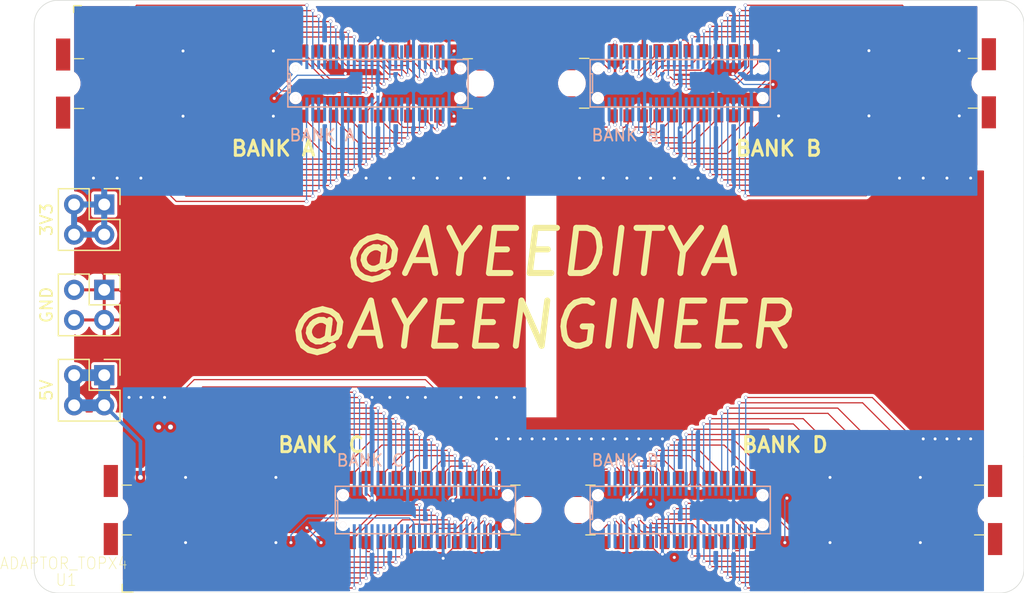
<source format=kicad_pcb>
(kicad_pcb (version 20171130) (host pcbnew "(5.1.2-1)-1")
  (layers (0 F.Cu signal) (31 B.Cu signal) (34 B.Paste user) (35 F.Paste user) (36 B.SilkS user) (37 F.SilkS user) (38 B.Mask user) (39 F.Mask user) (44 Edge.Cuts user))
  (net 0 "")
  (net 1 A8)
  (net 2 A45)
  (net 3 A3)
  (net 4 A2)
  (net 5 A9)
  (net 6 A1)
  (net 7 A43)
  (net 8 A42)
  (net 9 A40)
  (net 10 A39)
  (net 11 A37)
  (net 12 A36)
  (net 13 A34)
  (net 14 A33)
  (net 15 A31)
  (net 16 A30)
  (net 17 A28)
  (net 18 A27)
  (net 19 A23)
  (net 20 A12)
  (net 21 A14)
  (net 22 A17)
  (net 23 A5)
  (net 24 A20)
  (net 25 A50)
  (net 26 A21)
  (net 27 A46)
  (net 28 A24)
  (net 29 A48)
  (net 30 A18)
  (net 31 A49)
  (net 32 A6)
  (net 33 A11)
  (net 34 A15)
  (net 35 D50)
  (net 36 D46)
  (net 37 D39)
  (net 38 D8)
  (net 39 D40)
  (net 40 D11)
  (net 41 D12)
  (net 42 D48)
  (net 43 D1)
  (net 44 D30)
  (net 45 D24)
  (net 46 D37)
  (net 47 D17)
  (net 48 D43)
  (net 49 D45)
  (net 50 D18)
  (net 51 D21)
  (net 52 D31)
  (net 53 D28)
  (net 54 D33)
  (net 55 D9)
  (net 56 D14)
  (net 57 D27)
  (net 58 D3)
  (net 59 D36)
  (net 60 D34)
  (net 61 D20)
  (net 62 D42)
  (net 63 D15)
  (net 64 D5)
  (net 65 D23)
  (net 66 D49)
  (net 67 D2)
  (net 68 D6)
  (net 69 C3)
  (net 70 C20)
  (net 71 C21)
  (net 72 C23)
  (net 73 C24)
  (net 74 C50)
  (net 75 C49)
  (net 76 C48)
  (net 77 C46)
  (net 78 C45)
  (net 79 C43)
  (net 80 C42)
  (net 81 C40)
  (net 82 C39)
  (net 83 C37)
  (net 84 C36)
  (net 85 C34)
  (net 86 C33)
  (net 87 C31)
  (net 88 C30)
  (net 89 C28)
  (net 90 C27)
  (net 91 C5)
  (net 92 C6)
  (net 93 C8)
  (net 94 C9)
  (net 95 C11)
  (net 96 C12)
  (net 97 C14)
  (net 98 C15)
  (net 99 C17)
  (net 100 C18)
  (net 101 C2)
  (net 102 C1)
  (net 103 B3)
  (net 104 B20)
  (net 105 B21)
  (net 106 B23)
  (net 107 B24)
  (net 108 B50)
  (net 109 B49)
  (net 110 B48)
  (net 111 B46)
  (net 112 B45)
  (net 113 B43)
  (net 114 B42)
  (net 115 B40)
  (net 116 B39)
  (net 117 B37)
  (net 118 B36)
  (net 119 B34)
  (net 120 B33)
  (net 121 B31)
  (net 122 B30)
  (net 123 B28)
  (net 124 B27)
  (net 125 B5)
  (net 126 B6)
  (net 127 B8)
  (net 128 B9)
  (net 129 B11)
  (net 130 B12)
  (net 131 B14)
  (net 132 B15)
  (net 133 B17)
  (net 134 B18)
  (net 135 B2)
  (net 136 B1)
  (net 137 GND)
  (net 138 3V3)
  (net 139 "Net-(U1-PadAT_29)")
  (net 140 "Net-(U1-PadAT_35)")
  (net 141 "Net-(U1-PadAT_41)")
  (net 142 "Net-(U1-PadAT_4)")
  (net 143 "Net-(U1-PadAT_10)")
  (net 144 "Net-(U1-PadAT_22)")
  (net 145 "Net-(U1-PadAT_16)")
  (net 146 "Net-(U1-PadBT_29)")
  (net 147 "Net-(U1-PadBT_35)")
  (net 148 "Net-(U1-PadBT_47)")
  (net 149 "Net-(U1-PadBT_41)")
  (net 150 "Net-(U1-PadBT_4)")
  (net 151 "Net-(U1-PadBT_10)")
  (net 152 "Net-(U1-PadBT_22)")
  (net 153 "Net-(U1-PadBT_16)")
  (net 154 "Net-(U1-PadCT_26)")
  (net 155 "Net-(U1-PadCT_32)")
  (net 156 "Net-(U1-PadCT_44)")
  (net 157 "Net-(U1-PadCT_38)")
  (net 158 "Net-(U1-PadCT_7)")
  (net 159 "Net-(U1-PadCT_25)")
  (net 160 "Net-(U1-PadCT_19)")
  (net 161 "Net-(U1-PadCT_13)")
  (net 162 "Net-(U1-PadDT_26)")
  (net 163 "Net-(U1-PadDT_32)")
  (net 164 "Net-(U1-PadDT_44)")
  (net 165 "Net-(U1-PadDT_38)")
  (net 166 "Net-(U1-PadDT_7)")
  (net 167 "Net-(U1-PadDT_25)")
  (net 168 "Net-(U1-PadDT_19)")
  (net 169 "Net-(U1-PadDT_13)")
  (net 170 "Net-(U1-PadAT_47)")
  (module Connector_PinHeader_2.54mm:PinHeader_2x02_P2.54mm_Vertical (layer F.Cu) (at 25.908 171.626 270)
    (fp_text reference J3 hide)
    (fp_text value 5V (at 1.27 4.87 90) (layer F.SilkS))
    (pad 4 thru_hole oval (at 2.54 2.54 270) (size 1.7 1.7) (drill 1) (layers *.Cu *.Mask) (net 74 C50))
    (pad 3 thru_hole oval (at 0 2.54 270) (size 1.7 1.7) (drill 1) (layers *.Cu *.Mask) (net 74 C50))
    (pad 2 thru_hole oval (at 2.54 0 270) (size 1.7 1.7) (drill 1) (layers *.Cu *.Mask) (net 74 C50))
    (pad 1 thru_hole rect (at 0 0 270) (size 1.7 1.7) (drill 1) (layers *.Cu *.Mask) (net 74 C50))
  )
  (module Connector_PinHeader_2.54mm:PinHeader_2x02_P2.54mm_Vertical (layer F.Cu) (at 25.908 164.426 270)
    (fp_text reference J2 hide)
    (fp_text value GND (at 1.27 4.87 90) (layer F.SilkS))
    (pad 4 thru_hole oval (at 2.54 2.54 270) (size 1.7 1.7) (drill 1) (layers *.Cu *.Mask) (net 137 GND))
    (pad 3 thru_hole oval (at 0 2.54 270) (size 1.7 1.7) (drill 1) (layers *.Cu *.Mask) (net 137 GND))
    (pad 2 thru_hole oval (at 2.54 0 270) (size 1.7 1.7) (drill 1) (layers *.Cu *.Mask) (net 137 GND))
    (pad 1 thru_hole rect (at 0 0 270) (size 1.7 1.7) (drill 1) (layers *.Cu *.Mask) (net 137 GND))
  )
  (module Connector_PinHeader_2.54mm:PinHeader_2x02_P2.54mm_Vertical (layer F.Cu) (at 25.908 157.226 270)
    (fp_text reference J1 hide)
    (fp_text value 3V3 (at 1.27 4.87 90) (layer F.SilkS))
    (pad 4 thru_hole oval (at 2.54 2.54 270) (size 1.7 1.7) (drill 1) (layers *.Cu *.Mask) (net 138 3V3))
    (pad 3 thru_hole oval (at 0 2.54 270) (size 1.7 1.7) (drill 1) (layers *.Cu *.Mask) (net 138 3V3))
    (pad 2 thru_hole oval (at 2.54 0 270) (size 1.7 1.7) (drill 1) (layers *.Cu *.Mask) (net 138 3V3))
    (pad 1 thru_hole rect (at 0 0 270) (size 1.7 1.7) (drill 1) (layers *.Cu *.Mask) (net 138 3V3))
  )
  (module SamacSys_Parts:Alchitry_board_ADAPTOR_TOP (layer F.Cu) (at 22.5 187.5)
    (fp_text reference U1 (at 0.2 1.4) (layer F.SilkS) (effects (font (size 1 0.9) (thickness 0.05))))
    (fp_text value ADAPTOR_TOPX4 (at 0 0) (layer F.SilkS) (effects (font (size 1 0.9) (thickness 0.05))))
    (fp_text user "BANK D" (at 60.825 -10) (layer F.SilkS) (effects (font (size 1.27 1.27) (thickness 0.254))))
    (fp_text user "BANK C" (at 21.7 -10) (layer F.SilkS) (effects (font (size 1.27 1.27) (thickness 0.254))))
    (fp_text user "BANK B" (at 60.3 -35) (layer F.SilkS) (effects (font (size 1.27 1.27) (thickness 0.254))))
    (fp_text user "BANK A" (at 17.675 -35) (layer F.SilkS) (effects (font (size 1.27 1.27) (thickness 0.254))))
    (fp_text user "BANK C" (at 25.85 -8.684) (layer B.SilkS))
    (fp_text user "BANK D" (at 47.35 -8.684) (layer B.SilkS))
    (fp_text user "BANK B" (at 47.35 -36.116) (layer B.SilkS))
    (fp_text user "BANK A" (at 21.8 -36.116) (layer B.SilkS))
    (pad D41 smd rect (at 57.015 -7.25) (size 0.8 1.1) (layers F.Cu F.Paste F.Mask) (net 137 GND))
    (pad D50 smd rect (at 45.585 -7.25) (size 0.8 1.1) (layers F.Cu F.Paste F.Mask) (net 35 D50))
    (pad D46 smd rect (at 50.665 -7.25) (size 0.8 1.1) (layers F.Cu F.Paste F.Mask) (net 36 D46))
    (pad D4 smd rect (at 49.395 -1.75) (size 0.8 1.1) (layers F.Cu F.Paste F.Mask) (net 137 GND))
    (pad D44 smd rect (at 53.205 -7.25) (size 0.8 1.1) (layers F.Cu F.Paste F.Mask) (net 138 3V3))
    (pad D39 smd rect (at 59.555 -7.25) (size 0.8 1.1) (layers F.Cu F.Paste F.Mask) (net 37 D39))
    (pad D7 smd rect (at 53.205 -1.75) (size 0.8 1.1) (layers F.Cu F.Paste F.Mask) (net 138 3V3))
    (pad MH2 np_thru_hole circle (at 78.26 -4.5) (size 1.85 0) (drill 1.85) (layers *.Cu *.Mask))
    (pad D8 smd rect (at 54.475 -1.75) (size 0.8 1.1) (layers F.Cu F.Paste F.Mask) (net 38 D8))
    (pad D40 smd rect (at 58.285 -7.25) (size 0.8 1.1) (layers F.Cu F.Paste F.Mask) (net 39 D40))
    (pad DMP3 smd rect (at 43.09 -2.05) (size 1.2 2.7) (layers F.Cu F.Paste F.Mask))
    (pad D11 smd rect (at 58.285 -1.75) (size 0.8 1.1) (layers F.Cu F.Paste F.Mask) (net 40 D11))
    (pad D29 smd rect (at 72.255 -7.25) (size 0.8 1.1) (layers F.Cu F.Paste F.Mask) (net 137 GND))
    (pad D12 smd rect (at 59.555 -1.75) (size 0.8 1.1) (layers F.Cu F.Paste F.Mask) (net 41 D12))
    (pad D48 smd rect (at 48.125 -7.25) (size 0.8 1.1) (layers F.Cu F.Paste F.Mask) (net 42 D48))
    (pad D1 smd rect (at 45.585 -1.75) (size 0.8 1.1) (layers F.Cu F.Paste F.Mask) (net 43 D1))
    (pad D30 smd rect (at 70.985 -7.25) (size 0.8 1.1) (layers F.Cu F.Paste F.Mask) (net 44 D30))
    (pad D24 smd rect (at 74.795 -1.75) (size 0.8 1.1) (layers F.Cu F.Paste F.Mask) (net 45 D24))
    (pad D37 smd rect (at 62.095 -7.25) (size 0.8 1.1) (layers F.Cu F.Paste F.Mask) (net 46 D37))
    (pad D17 smd rect (at 65.905 -1.75) (size 0.8 1.1) (layers F.Cu F.Paste F.Mask) (net 47 D17))
    (pad D43 smd rect (at 54.475 -7.25) (size 0.8 1.1) (layers F.Cu F.Paste F.Mask) (net 48 D43))
    (pad D45 smd rect (at 51.935 -7.25) (size 0.8 1.1) (layers F.Cu F.Paste F.Mask) (net 49 D45))
    (pad D18 smd rect (at 67.175 -1.75) (size 0.8 1.1) (layers F.Cu F.Paste F.Mask) (net 50 D18))
    (pad D21 smd rect (at 70.985 -1.75) (size 0.8 1.1) (layers F.Cu F.Paste F.Mask) (net 51 D21))
    (pad D31 smd rect (at 69.715 -7.25) (size 0.8 1.1) (layers F.Cu F.Paste F.Mask) (net 52 D31))
    (pad D28 smd rect (at 73.525 -7.25) (size 0.8 1.1) (layers F.Cu F.Paste F.Mask) (net 53 D28))
    (pad D33 smd rect (at 67.175 -7.25) (size 0.8 1.1) (layers F.Cu F.Paste F.Mask) (net 54 D33))
    (pad D9 smd rect (at 55.745 -1.75) (size 0.8 1.1) (layers F.Cu F.Paste F.Mask) (net 55 D9))
    (pad D14 smd rect (at 62.095 -1.75) (size 0.8 1.1) (layers F.Cu F.Paste F.Mask) (net 56 D14))
    (pad D13 smd rect (at 60.825 -1.75) (size 0.8 1.1) (layers F.Cu F.Paste F.Mask) (net 138 3V3))
    (pad D47 smd rect (at 49.395 -7.25) (size 0.8 1.1) (layers F.Cu F.Paste F.Mask) (net 137 GND))
    (pad DMP4 smd rect (at 78.56 -2.05) (size 1.2 2.7) (layers F.Cu F.Paste F.Mask))
    (pad D27 smd rect (at 74.795 -7.25) (size 0.8 1.1) (layers F.Cu F.Paste F.Mask) (net 57 D27))
    (pad D3 smd rect (at 48.125 -1.75) (size 0.8 1.1) (layers F.Cu F.Paste F.Mask) (net 58 D3))
    (pad D36 smd rect (at 63.365 -7.25) (size 0.8 1.1) (layers F.Cu F.Paste F.Mask) (net 59 D36))
    (pad D25 smd rect (at 76.065 -1.75) (size 0.8 1.1) (layers F.Cu F.Paste F.Mask) (net 138 3V3))
    (pad D34 smd rect (at 65.905 -7.25) (size 0.8 1.1) (layers F.Cu F.Paste F.Mask) (net 60 D34))
    (pad D35 smd rect (at 64.635 -7.25) (size 0.8 1.1) (layers F.Cu F.Paste F.Mask) (net 137 GND))
    (pad D20 smd rect (at 69.715 -1.75) (size 0.8 1.1) (layers F.Cu F.Paste F.Mask) (net 61 D20))
    (pad D42 smd rect (at 55.745 -7.25) (size 0.8 1.1) (layers F.Cu F.Paste F.Mask) (net 62 D42))
    (pad D16 smd rect (at 64.635 -1.75) (size 0.8 1.1) (layers F.Cu F.Paste F.Mask) (net 137 GND))
    (pad D26 smd rect (at 76.065 -7.25) (size 0.8 1.1) (layers F.Cu F.Paste F.Mask) (net 138 3V3))
    (pad D38 smd rect (at 60.825 -7.25) (size 0.8 1.1) (layers F.Cu F.Paste F.Mask) (net 138 3V3))
    (pad D10 smd rect (at 57.015 -1.75) (size 0.8 1.1) (layers F.Cu F.Paste F.Mask) (net 137 GND))
    (pad D19 smd rect (at 68.445 -1.75) (size 0.8 1.1) (layers F.Cu F.Paste F.Mask) (net 138 3V3))
    (pad D15 smd rect (at 63.365 -1.75) (size 0.8 1.1) (layers F.Cu F.Paste F.Mask) (net 63 D15))
    (pad MH1 np_thru_hole circle (at 43.39 -4.5) (size 1.85 0) (drill 1.85) (layers *.Cu *.Mask))
    (pad D22 smd rect (at 72.255 -1.75) (size 0.8 1.1) (layers F.Cu F.Paste F.Mask) (net 137 GND))
    (pad DMP1 smd rect (at 43.09 -6.95) (size 1.2 2.7) (layers F.Cu F.Paste F.Mask))
    (pad D5 smd rect (at 50.665 -1.75) (size 0.8 1.1) (layers F.Cu F.Paste F.Mask) (net 64 D5))
    (pad DMP2 smd rect (at 78.56 -6.95) (size 1.2 2.7) (layers F.Cu F.Paste F.Mask))
    (pad D23 smd rect (at 73.525 -1.75) (size 0.8 1.1) (layers F.Cu F.Paste F.Mask) (net 65 D23))
    (pad D49 smd rect (at 46.855 -7.25) (size 0.8 1.1) (layers F.Cu F.Paste F.Mask) (net 66 D49))
    (pad D2 smd rect (at 46.855 -1.75) (size 0.8 1.1) (layers F.Cu F.Paste F.Mask) (net 67 D2))
    (pad D32 smd rect (at 68.445 -7.25) (size 0.8 1.1) (layers F.Cu F.Paste F.Mask) (net 138 3V3))
    (pad D6 smd rect (at 51.935 -1.75) (size 0.8 1.1) (layers F.Cu F.Paste F.Mask) (net 68 D6))
    (pad C3 smd rect (at 9 -1.75) (size 0.8 1.1) (layers F.Cu F.Paste F.Mask) (net 69 C3))
    (pad C20 smd rect (at 30.59 -1.75) (size 0.8 1.1) (layers F.Cu F.Paste F.Mask) (net 70 C20))
    (pad C21 smd rect (at 31.86 -1.75) (size 0.8 1.1) (layers F.Cu F.Paste F.Mask) (net 71 C21))
    (pad C22 smd rect (at 33.13 -1.75) (size 0.8 1.1) (layers F.Cu F.Paste F.Mask) (net 137 GND))
    (pad C23 smd rect (at 34.4 -1.75) (size 0.8 1.1) (layers F.Cu F.Paste F.Mask) (net 72 C23))
    (pad C24 smd rect (at 35.67 -1.75) (size 0.8 1.1) (layers F.Cu F.Paste F.Mask) (net 73 C24))
    (pad C25 smd rect (at 36.94 -1.75) (size 0.8 1.1) (layers F.Cu F.Paste F.Mask) (net 138 3V3))
    (pad C50 smd rect (at 6.46 -7.25) (size 0.8 1.1) (layers F.Cu F.Paste F.Mask) (net 74 C50))
    (pad C49 smd rect (at 7.73 -7.25) (size 0.8 1.1) (layers F.Cu F.Paste F.Mask) (net 75 C49))
    (pad C48 smd rect (at 9 -7.25) (size 0.8 1.1) (layers F.Cu F.Paste F.Mask) (net 76 C48))
    (pad C47 smd rect (at 10.27 -7.25) (size 0.8 1.1) (layers F.Cu F.Paste F.Mask) (net 137 GND))
    (pad C46 smd rect (at 11.54 -7.25) (size 0.8 1.1) (layers F.Cu F.Paste F.Mask) (net 77 C46))
    (pad C45 smd rect (at 12.81 -7.25) (size 0.8 1.1) (layers F.Cu F.Paste F.Mask) (net 78 C45))
    (pad C44 smd rect (at 14.08 -7.25) (size 0.8 1.1) (layers F.Cu F.Paste F.Mask) (net 138 3V3))
    (pad C43 smd rect (at 15.35 -7.25) (size 0.8 1.1) (layers F.Cu F.Paste F.Mask) (net 79 C43))
    (pad C42 smd rect (at 16.62 -7.25) (size 0.8 1.1) (layers F.Cu F.Paste F.Mask) (net 80 C42))
    (pad C41 smd rect (at 17.89 -7.25) (size 0.8 1.1) (layers F.Cu F.Paste F.Mask) (net 137 GND))
    (pad C40 smd rect (at 19.16 -7.25) (size 0.8 1.1) (layers F.Cu F.Paste F.Mask) (net 81 C40))
    (pad C39 smd rect (at 20.43 -7.25) (size 0.8 1.1) (layers F.Cu F.Paste F.Mask) (net 82 C39))
    (pad C38 smd rect (at 21.7 -7.25) (size 0.8 1.1) (layers F.Cu F.Paste F.Mask) (net 138 3V3))
    (pad C37 smd rect (at 22.97 -7.25) (size 0.8 1.1) (layers F.Cu F.Paste F.Mask) (net 83 C37))
    (pad C36 smd rect (at 24.24 -7.25) (size 0.8 1.1) (layers F.Cu F.Paste F.Mask) (net 84 C36))
    (pad C35 smd rect (at 25.51 -7.25) (size 0.8 1.1) (layers F.Cu F.Paste F.Mask) (net 137 GND))
    (pad C34 smd rect (at 26.78 -7.25) (size 0.8 1.1) (layers F.Cu F.Paste F.Mask) (net 85 C34))
    (pad C33 smd rect (at 28.05 -7.25) (size 0.8 1.1) (layers F.Cu F.Paste F.Mask) (net 86 C33))
    (pad C32 smd rect (at 29.32 -7.25) (size 0.8 1.1) (layers F.Cu F.Paste F.Mask) (net 138 3V3))
    (pad C31 smd rect (at 30.59 -7.25) (size 0.8 1.1) (layers F.Cu F.Paste F.Mask) (net 87 C31))
    (pad C30 smd rect (at 31.86 -7.25) (size 0.8 1.1) (layers F.Cu F.Paste F.Mask) (net 88 C30))
    (pad C29 smd rect (at 33.13 -7.25) (size 0.8 1.1) (layers F.Cu F.Paste F.Mask) (net 137 GND))
    (pad C28 smd rect (at 34.4 -7.25) (size 0.8 1.1) (layers F.Cu F.Paste F.Mask) (net 89 C28))
    (pad C27 smd rect (at 35.67 -7.25) (size 0.8 1.1) (layers F.Cu F.Paste F.Mask) (net 90 C27))
    (pad C26 smd rect (at 36.94 -7.25) (size 0.8 1.1) (layers F.Cu F.Paste F.Mask) (net 138 3V3))
    (pad MH1 np_thru_hole circle (at 4.265 -4.5) (size 1.85 0) (drill 1.85) (layers *.Cu *.Mask))
    (pad MH2 np_thru_hole circle (at 39.135 -4.5) (size 1.85 0) (drill 1.85) (layers *.Cu *.Mask))
    (pad CMP1 smd rect (at 3.965 -6.95) (size 1.2 2.7) (layers F.Cu F.Paste F.Mask))
    (pad CMP2 smd rect (at 39.435 -6.95) (size 1.2 2.7) (layers F.Cu F.Paste F.Mask))
    (pad CMP3 smd rect (at 3.965 -2.05) (size 1.2 2.7) (layers F.Cu F.Paste F.Mask))
    (pad CMP4 smd rect (at 39.435 -2.05) (size 1.2 2.7) (layers F.Cu F.Paste F.Mask))
    (pad C4 smd rect (at 10.27 -1.75) (size 0.8 1.1) (layers F.Cu F.Paste F.Mask) (net 137 GND))
    (pad C5 smd rect (at 11.54 -1.75) (size 0.8 1.1) (layers F.Cu F.Paste F.Mask) (net 91 C5))
    (pad C6 smd rect (at 12.81 -1.75) (size 0.8 1.1) (layers F.Cu F.Paste F.Mask) (net 92 C6))
    (pad C7 smd rect (at 14.08 -1.75) (size 0.8 1.1) (layers F.Cu F.Paste F.Mask) (net 138 3V3))
    (pad C8 smd rect (at 15.35 -1.75) (size 0.8 1.1) (layers F.Cu F.Paste F.Mask) (net 93 C8))
    (pad C9 smd rect (at 16.62 -1.75) (size 0.8 1.1) (layers F.Cu F.Paste F.Mask) (net 94 C9))
    (pad C10 smd rect (at 17.89 -1.75) (size 0.8 1.1) (layers F.Cu F.Paste F.Mask) (net 137 GND))
    (pad C11 smd rect (at 19.16 -1.75) (size 0.8 1.1) (layers F.Cu F.Paste F.Mask) (net 95 C11))
    (pad C12 smd rect (at 20.43 -1.75) (size 0.8 1.1) (layers F.Cu F.Paste F.Mask) (net 96 C12))
    (pad C13 smd rect (at 21.7 -1.75) (size 0.8 1.1) (layers F.Cu F.Paste F.Mask) (net 138 3V3))
    (pad C14 smd rect (at 22.97 -1.75) (size 0.8 1.1) (layers F.Cu F.Paste F.Mask) (net 97 C14))
    (pad C15 smd rect (at 24.24 -1.75) (size 0.8 1.1) (layers F.Cu F.Paste F.Mask) (net 98 C15))
    (pad C16 smd rect (at 25.51 -1.75) (size 0.8 1.1) (layers F.Cu F.Paste F.Mask) (net 137 GND))
    (pad C17 smd rect (at 26.78 -1.75) (size 0.8 1.1) (layers F.Cu F.Paste F.Mask) (net 99 C17))
    (pad C18 smd rect (at 28.05 -1.75) (size 0.8 1.1) (layers F.Cu F.Paste F.Mask) (net 100 C18))
    (pad C19 smd rect (at 29.32 -1.75) (size 0.8 1.1) (layers F.Cu F.Paste F.Mask) (net 138 3V3))
    (pad C2 smd rect (at 7.73 -1.75) (size 0.8 1.1) (layers F.Cu F.Paste F.Mask) (net 101 C2))
    (pad C1 smd rect (at 6.46 -1.75) (size 0.8 1.1) (layers F.Cu F.Paste F.Mask) (net 102 C1))
    (pad B3 smd rect (at 47.6 -37.75) (size 0.8 1.1) (layers F.Cu F.Paste F.Mask) (net 103 B3))
    (pad B20 smd rect (at 69.19 -37.75) (size 0.8 1.1) (layers F.Cu F.Paste F.Mask) (net 104 B20))
    (pad B21 smd rect (at 70.46 -37.75) (size 0.8 1.1) (layers F.Cu F.Paste F.Mask) (net 105 B21))
    (pad B22 smd rect (at 71.73 -37.75) (size 0.8 1.1) (layers F.Cu F.Paste F.Mask) (net 137 GND))
    (pad B23 smd rect (at 73 -37.75) (size 0.8 1.1) (layers F.Cu F.Paste F.Mask) (net 106 B23))
    (pad B24 smd rect (at 74.27 -37.75) (size 0.8 1.1) (layers F.Cu F.Paste F.Mask) (net 107 B24))
    (pad B25 smd rect (at 75.54 -37.75) (size 0.8 1.1) (layers F.Cu F.Paste F.Mask) (net 138 3V3))
    (pad B50 smd rect (at 45.06 -43.25) (size 0.8 1.1) (layers F.Cu F.Paste F.Mask) (net 108 B50))
    (pad B49 smd rect (at 46.33 -43.25) (size 0.8 1.1) (layers F.Cu F.Paste F.Mask) (net 109 B49))
    (pad B48 smd rect (at 47.6 -43.25) (size 0.8 1.1) (layers F.Cu F.Paste F.Mask) (net 110 B48))
    (pad B47 smd rect (at 48.87 -43.25) (size 0.8 1.1) (layers F.Cu F.Paste F.Mask) (net 137 GND))
    (pad B46 smd rect (at 50.14 -43.25) (size 0.8 1.1) (layers F.Cu F.Paste F.Mask) (net 111 B46))
    (pad B45 smd rect (at 51.41 -43.25) (size 0.8 1.1) (layers F.Cu F.Paste F.Mask) (net 112 B45))
    (pad B44 smd rect (at 52.68 -43.25) (size 0.8 1.1) (layers F.Cu F.Paste F.Mask) (net 138 3V3))
    (pad B43 smd rect (at 53.95 -43.25) (size 0.8 1.1) (layers F.Cu F.Paste F.Mask) (net 113 B43))
    (pad B42 smd rect (at 55.22 -43.25) (size 0.8 1.1) (layers F.Cu F.Paste F.Mask) (net 114 B42))
    (pad B41 smd rect (at 56.49 -43.25) (size 0.8 1.1) (layers F.Cu F.Paste F.Mask) (net 137 GND))
    (pad B40 smd rect (at 57.76 -43.25) (size 0.8 1.1) (layers F.Cu F.Paste F.Mask) (net 115 B40))
    (pad B39 smd rect (at 59.03 -43.25) (size 0.8 1.1) (layers F.Cu F.Paste F.Mask) (net 116 B39))
    (pad B38 smd rect (at 60.3 -43.25) (size 0.8 1.1) (layers F.Cu F.Paste F.Mask) (net 138 3V3))
    (pad B37 smd rect (at 61.57 -43.25) (size 0.8 1.1) (layers F.Cu F.Paste F.Mask) (net 117 B37))
    (pad B36 smd rect (at 62.84 -43.25) (size 0.8 1.1) (layers F.Cu F.Paste F.Mask) (net 118 B36))
    (pad B35 smd rect (at 64.11 -43.25) (size 0.8 1.1) (layers F.Cu F.Paste F.Mask) (net 137 GND))
    (pad B34 smd rect (at 65.38 -43.25) (size 0.8 1.1) (layers F.Cu F.Paste F.Mask) (net 119 B34))
    (pad B33 smd rect (at 66.65 -43.25) (size 0.8 1.1) (layers F.Cu F.Paste F.Mask) (net 120 B33))
    (pad B32 smd rect (at 67.92 -43.25) (size 0.8 1.1) (layers F.Cu F.Paste F.Mask) (net 138 3V3))
    (pad B31 smd rect (at 69.19 -43.25) (size 0.8 1.1) (layers F.Cu F.Paste F.Mask) (net 121 B31))
    (pad B30 smd rect (at 70.46 -43.25) (size 0.8 1.1) (layers F.Cu F.Paste F.Mask) (net 122 B30))
    (pad B29 smd rect (at 71.73 -43.25) (size 0.8 1.1) (layers F.Cu F.Paste F.Mask) (net 137 GND))
    (pad B28 smd rect (at 73 -43.25) (size 0.8 1.1) (layers F.Cu F.Paste F.Mask) (net 123 B28))
    (pad B27 smd rect (at 74.27 -43.25) (size 0.8 1.1) (layers F.Cu F.Paste F.Mask) (net 124 B27))
    (pad B26 smd rect (at 75.54 -43.25) (size 0.8 1.1) (layers F.Cu F.Paste F.Mask) (net 138 3V3))
    (pad MH1 np_thru_hole circle (at 42.865 -40.5) (size 1.85 0) (drill 1.85) (layers *.Cu *.Mask))
    (pad MH2 np_thru_hole circle (at 77.735 -40.5) (size 1.85 0) (drill 1.85) (layers *.Cu *.Mask))
    (pad BMP1 smd rect (at 42.565 -42.95) (size 1.2 2.7) (layers F.Cu F.Paste F.Mask))
    (pad BMP2 smd rect (at 78.035 -42.95) (size 1.2 2.7) (layers F.Cu F.Paste F.Mask))
    (pad BMP3 smd rect (at 42.565 -38.05) (size 1.2 2.7) (layers F.Cu F.Paste F.Mask))
    (pad BMP4 smd rect (at 78.035 -38.05) (size 1.2 2.7) (layers F.Cu F.Paste F.Mask))
    (pad B4 smd rect (at 48.87 -37.75) (size 0.8 1.1) (layers F.Cu F.Paste F.Mask) (net 137 GND))
    (pad B5 smd rect (at 50.14 -37.75) (size 0.8 1.1) (layers F.Cu F.Paste F.Mask) (net 125 B5))
    (pad B6 smd rect (at 51.41 -37.75) (size 0.8 1.1) (layers F.Cu F.Paste F.Mask) (net 126 B6))
    (pad B7 smd rect (at 52.68 -37.75) (size 0.8 1.1) (layers F.Cu F.Paste F.Mask) (net 138 3V3))
    (pad B8 smd rect (at 53.95 -37.75) (size 0.8 1.1) (layers F.Cu F.Paste F.Mask) (net 127 B8))
    (pad B9 smd rect (at 55.22 -37.75) (size 0.8 1.1) (layers F.Cu F.Paste F.Mask) (net 128 B9))
    (pad B10 smd rect (at 56.49 -37.75) (size 0.8 1.1) (layers F.Cu F.Paste F.Mask) (net 137 GND))
    (pad B11 smd rect (at 57.76 -37.75) (size 0.8 1.1) (layers F.Cu F.Paste F.Mask) (net 129 B11))
    (pad B12 smd rect (at 59.03 -37.75) (size 0.8 1.1) (layers F.Cu F.Paste F.Mask) (net 130 B12))
    (pad B13 smd rect (at 60.3 -37.75) (size 0.8 1.1) (layers F.Cu F.Paste F.Mask) (net 138 3V3))
    (pad B14 smd rect (at 61.57 -37.75) (size 0.8 1.1) (layers F.Cu F.Paste F.Mask) (net 131 B14))
    (pad B15 smd rect (at 62.84 -37.75) (size 0.8 1.1) (layers F.Cu F.Paste F.Mask) (net 132 B15))
    (pad B16 smd rect (at 64.11 -37.75) (size 0.8 1.1) (layers F.Cu F.Paste F.Mask) (net 137 GND))
    (pad B17 smd rect (at 65.38 -37.75) (size 0.8 1.1) (layers F.Cu F.Paste F.Mask) (net 133 B17))
    (pad B18 smd rect (at 66.65 -37.75) (size 0.8 1.1) (layers F.Cu F.Paste F.Mask) (net 134 B18))
    (pad B19 smd rect (at 67.92 -37.75) (size 0.8 1.1) (layers F.Cu F.Paste F.Mask) (net 138 3V3))
    (pad B2 smd rect (at 46.33 -37.75) (size 0.8 1.1) (layers F.Cu F.Paste F.Mask) (net 135 B2))
    (pad B1 smd rect (at 45.06 -37.75) (size 0.8 1.1) (layers F.Cu F.Paste F.Mask) (net 136 B1))
    (pad A8 smd rect (at 11.325 -37.725) (size 0.8 1.1) (layers F.Cu F.Paste F.Mask) (net 1 A8))
    (pad A45 smd rect (at 8.785 -43.225) (size 0.8 1.1) (layers F.Cu F.Paste F.Mask) (net 2 A45))
    (pad A3 smd rect (at 4.975 -37.725) (size 0.8 1.1) (layers F.Cu F.Paste F.Mask) (net 3 A3))
    (pad A2 smd rect (at 3.705 -37.725) (size 0.8 1.1) (layers F.Cu F.Paste F.Mask) (net 4 A2))
    (pad A13 smd rect (at 17.675 -37.725) (size 0.8 1.1) (layers F.Cu F.Paste F.Mask) (net 138 3V3))
    (pad A9 smd rect (at 12.595 -37.725) (size 0.8 1.1) (layers F.Cu F.Paste F.Mask) (net 5 A9))
    (pad A19 smd rect (at 25.295 -37.725) (size 0.8 1.1) (layers F.Cu F.Paste F.Mask) (net 138 3V3))
    (pad A1 smd rect (at 2.435 -37.725) (size 0.8 1.1) (layers F.Cu F.Paste F.Mask) (net 6 A1))
    (pad A47 smd rect (at 6.245 -43.225) (size 0.8 1.1) (layers F.Cu F.Paste F.Mask) (net 137 GND))
    (pad A44 smd rect (at 10.055 -43.225) (size 0.8 1.1) (layers F.Cu F.Paste F.Mask) (net 138 3V3))
    (pad A43 smd rect (at 11.325 -43.225) (size 0.8 1.1) (layers F.Cu F.Paste F.Mask) (net 7 A43))
    (pad A42 smd rect (at 12.595 -43.225) (size 0.8 1.1) (layers F.Cu F.Paste F.Mask) (net 8 A42))
    (pad A41 smd rect (at 13.865 -43.225) (size 0.8 1.1) (layers F.Cu F.Paste F.Mask) (net 137 GND))
    (pad A40 smd rect (at 15.135 -43.225) (size 0.8 1.1) (layers F.Cu F.Paste F.Mask) (net 9 A40))
    (pad A39 smd rect (at 16.405 -43.225) (size 0.8 1.1) (layers F.Cu F.Paste F.Mask) (net 10 A39))
    (pad A38 smd rect (at 17.675 -43.225) (size 0.8 1.1) (layers F.Cu F.Paste F.Mask) (net 138 3V3))
    (pad A37 smd rect (at 18.945 -43.225) (size 0.8 1.1) (layers F.Cu F.Paste F.Mask) (net 11 A37))
    (pad A36 smd rect (at 20.215 -43.225) (size 0.8 1.1) (layers F.Cu F.Paste F.Mask) (net 12 A36))
    (pad A35 smd rect (at 21.485 -43.225) (size 0.8 1.1) (layers F.Cu F.Paste F.Mask) (net 137 GND))
    (pad A34 smd rect (at 22.755 -43.225) (size 0.8 1.1) (layers F.Cu F.Paste F.Mask) (net 13 A34))
    (pad A33 smd rect (at 24.025 -43.225) (size 0.8 1.1) (layers F.Cu F.Paste F.Mask) (net 14 A33))
    (pad A32 smd rect (at 25.295 -43.225) (size 0.8 1.1) (layers F.Cu F.Paste F.Mask) (net 138 3V3))
    (pad A31 smd rect (at 26.565 -43.225) (size 0.8 1.1) (layers F.Cu F.Paste F.Mask) (net 15 A31))
    (pad A30 smd rect (at 27.835 -43.225) (size 0.8 1.1) (layers F.Cu F.Paste F.Mask) (net 16 A30))
    (pad A29 smd rect (at 29.105 -43.225) (size 0.8 1.1) (layers F.Cu F.Paste F.Mask) (net 137 GND))
    (pad A28 smd rect (at 30.375 -43.225) (size 0.8 1.1) (layers F.Cu F.Paste F.Mask) (net 17 A28))
    (pad A27 smd rect (at 31.645 -43.225) (size 0.8 1.1) (layers F.Cu F.Paste F.Mask) (net 18 A27))
    (pad A26 smd rect (at 32.915 -43.225) (size 0.8 1.1) (layers F.Cu F.Paste F.Mask) (net 138 3V3))
    (pad MH1 np_thru_hole circle (at 0.24 -40.475) (size 1.85 0) (drill 1.85) (layers *.Cu *.Mask))
    (pad MH2 np_thru_hole circle (at 35.11 -40.475) (size 1.85 0) (drill 1.85) (layers *.Cu *.Mask))
    (pad AMP1 smd rect (at -0.06 -42.925) (size 1.2 2.7) (layers F.Cu F.Paste F.Mask))
    (pad AMP2 smd rect (at 35.41 -42.925) (size 1.2 2.7) (layers F.Cu F.Paste F.Mask))
    (pad AMP3 smd rect (at -0.06 -38.025) (size 1.2 2.7) (layers F.Cu F.Paste F.Mask))
    (pad AMP4 smd rect (at 35.41 -38.025) (size 1.2 2.7) (layers F.Cu F.Paste F.Mask))
    (pad A23 smd rect (at 30.375 -37.725) (size 0.8 1.1) (layers F.Cu F.Paste F.Mask) (net 19 A23))
    (pad A7 smd rect (at 10.055 -37.725) (size 0.8 1.1) (layers F.Cu F.Paste F.Mask) (net 138 3V3))
    (pad A12 smd rect (at 16.405 -37.725) (size 0.8 1.1) (layers F.Cu F.Paste F.Mask) (net 20 A12))
    (pad A16 smd rect (at 21.485 -37.725) (size 0.8 1.1) (layers F.Cu F.Paste F.Mask) (net 137 GND))
    (pad A14 smd rect (at 18.945 -37.725) (size 0.8 1.1) (layers F.Cu F.Paste F.Mask) (net 21 A14))
    (pad A17 smd rect (at 22.755 -37.725) (size 0.8 1.1) (layers F.Cu F.Paste F.Mask) (net 22 A17))
    (pad A5 smd rect (at 7.515 -37.725) (size 0.8 1.1) (layers F.Cu F.Paste F.Mask) (net 23 A5))
    (pad A20 smd rect (at 26.565 -37.725) (size 0.8 1.1) (layers F.Cu F.Paste F.Mask) (net 24 A20))
    (pad A50 smd rect (at 2.435 -43.225) (size 0.8 1.1) (layers F.Cu F.Paste F.Mask) (net 25 A50))
    (pad A21 smd rect (at 27.835 -37.725) (size 0.8 1.1) (layers F.Cu F.Paste F.Mask) (net 26 A21))
    (pad A46 smd rect (at 7.515 -43.225) (size 0.8 1.1) (layers F.Cu F.Paste F.Mask) (net 27 A46))
    (pad A22 smd rect (at 29.105 -37.725) (size 0.8 1.1) (layers F.Cu F.Paste F.Mask) (net 137 GND))
    (pad A25 smd rect (at 32.915 -37.725) (size 0.8 1.1) (layers F.Cu F.Paste F.Mask) (net 138 3V3))
    (pad A24 smd rect (at 31.645 -37.725) (size 0.8 1.1) (layers F.Cu F.Paste F.Mask) (net 28 A24))
    (pad A48 smd rect (at 4.975 -43.225) (size 0.8 1.1) (layers F.Cu F.Paste F.Mask) (net 29 A48))
    (pad A10 smd rect (at 13.865 -37.725) (size 0.8 1.1) (layers F.Cu F.Paste F.Mask) (net 137 GND))
    (pad A18 smd rect (at 24.025 -37.725) (size 0.8 1.1) (layers F.Cu F.Paste F.Mask) (net 30 A18))
    (pad A49 smd rect (at 3.705 -43.225) (size 0.8 1.1) (layers F.Cu F.Paste F.Mask) (net 31 A49))
    (pad A6 smd rect (at 8.785 -37.725) (size 0.8 1.1) (layers F.Cu F.Paste F.Mask) (net 32 A6))
    (pad A11 smd rect (at 15.135 -37.725) (size 0.8 1.1) (layers F.Cu F.Paste F.Mask) (net 33 A11))
    (pad A15 smd rect (at 20.215 -37.725) (size 0.8 1.1) (layers F.Cu F.Paste F.Mask) (net 34 A15))
    (pad A4 smd rect (at 6.245 -37.725) (size 0.8 1.1) (layers F.Cu F.Paste F.Mask) (net 137 GND))
    (pad "" np_thru_hole circle (at 19.55 -41.75) (size 0.55 0.55) (drill 0.55) (layers *.Cu B.SilkS B.Mask))
    (pad "" np_thru_hole circle (at 33.45 -41.75) (size 0.55 0.55) (drill 0.55) (layers *.Cu B.SilkS B.Mask))
    (pad AT_26 smd rect (at 32.5 -42.7 270) (size 2 0.25) (layers B.Cu B.Paste B.Mask) (net 138 3V3))
    (pad AT_27 smd rect (at 32 -42.7 270) (size 2 0.25) (layers B.Cu B.Paste B.Mask) (net 18 A27))
    (pad AT_28 smd rect (at 31.5 -42.7 270) (size 2 0.25) (layers B.Cu B.Paste B.Mask) (net 17 A28))
    (pad AT_29 smd rect (at 31 -42.7 270) (size 2 0.25) (layers B.Cu B.Paste B.Mask) (net 139 "Net-(U1-PadAT_29)"))
    (pad AT_30 smd rect (at 30.5 -42.7 270) (size 2 0.25) (layers B.Cu B.Paste B.Mask) (net 16 A30))
    (pad AT_31 smd rect (at 30 -42.7 270) (size 2 0.25) (layers B.Cu B.Paste B.Mask) (net 15 A31))
    (pad AT_32 smd rect (at 29.5 -42.7 270) (size 2 0.25) (layers B.Cu B.Paste B.Mask) (net 138 3V3))
    (pad AT_33 smd rect (at 29 -42.7 270) (size 2 0.25) (layers B.Cu B.Paste B.Mask) (net 14 A33))
    (pad AT_34 smd rect (at 28.5 -42.7 270) (size 2 0.25) (layers B.Cu B.Paste B.Mask) (net 13 A34))
    (pad AT_35 smd rect (at 28 -42.7 270) (size 2 0.25) (layers B.Cu B.Paste B.Mask) (net 140 "Net-(U1-PadAT_35)"))
    (pad AT_36 smd rect (at 27.5 -42.7 270) (size 2 0.25) (layers B.Cu B.Paste B.Mask) (net 12 A36))
    (pad AT_37 smd rect (at 27 -42.7 270) (size 2 0.25) (layers B.Cu B.Paste B.Mask) (net 11 A37))
    (pad AT_50 smd rect (at 20.5 -42.7 270) (size 2 0.25) (layers B.Cu B.Paste B.Mask) (net 25 A50))
    (pad AT_49 smd rect (at 21 -42.7 270) (size 2 0.25) (layers B.Cu B.Paste B.Mask) (net 31 A49))
    (pad AT_48 smd rect (at 21.5 -42.7 270) (size 2 0.25) (layers B.Cu B.Paste B.Mask) (net 29 A48))
    (pad AT_47 smd rect (at 22 -42.7 270) (size 2 0.25) (layers B.Cu B.Paste B.Mask) (net 170 "Net-(U1-PadAT_47)"))
    (pad AT_46 smd rect (at 22.5 -42.7 270) (size 2 0.25) (layers B.Cu B.Paste B.Mask) (net 27 A46))
    (pad AT_45 smd rect (at 23 -42.7 270) (size 2 0.25) (layers B.Cu B.Paste B.Mask) (net 2 A45))
    (pad AT_44 smd rect (at 23.5 -42.7 270) (size 2 0.25) (layers B.Cu B.Paste B.Mask) (net 138 3V3))
    (pad AT_43 smd rect (at 24 -42.7 270) (size 2 0.25) (layers B.Cu B.Paste B.Mask) (net 7 A43))
    (pad AT_42 smd rect (at 24.5 -42.7 270) (size 2 0.25) (layers B.Cu B.Paste B.Mask) (net 8 A42))
    (pad AT_41 smd rect (at 25 -42.7 270) (size 2 0.25) (layers B.Cu B.Paste B.Mask) (net 141 "Net-(U1-PadAT_41)"))
    (pad AT_40 smd rect (at 25.5 -42.7 270) (size 2 0.25) (layers B.Cu B.Paste B.Mask) (net 9 A40))
    (pad AT_39 smd rect (at 26 -42.7 270) (size 2 0.25) (layers B.Cu B.Paste B.Mask) (net 10 A39))
    (pad AT_38 smd rect (at 26.5 -42.7 270) (size 2 0.25) (layers B.Cu B.Paste B.Mask) (net 138 3V3))
    (pad AT_1 smd rect (at 20.5 -38.3 270) (size 2 0.25) (layers B.Cu B.Paste B.Mask) (net 6 A1))
    (pad AT_2 smd rect (at 21 -38.3 270) (size 2 0.25) (layers B.Cu B.Paste B.Mask) (net 4 A2))
    (pad AT_3 smd rect (at 21.5 -38.3 270) (size 2 0.25) (layers B.Cu B.Paste B.Mask) (net 3 A3))
    (pad AT_4 smd rect (at 22 -38.3 270) (size 2 0.25) (layers B.Cu B.Paste B.Mask) (net 142 "Net-(U1-PadAT_4)"))
    (pad AT_5 smd rect (at 22.5 -38.3 270) (size 2 0.25) (layers B.Cu B.Paste B.Mask) (net 23 A5))
    (pad AT_6 smd rect (at 23 -38.3 270) (size 2 0.25) (layers B.Cu B.Paste B.Mask) (net 32 A6))
    (pad AT_7 smd rect (at 23.5 -38.3 270) (size 2 0.25) (layers B.Cu B.Paste B.Mask) (net 138 3V3))
    (pad AT_8 smd rect (at 24 -38.3 270) (size 2 0.25) (layers B.Cu B.Paste B.Mask) (net 1 A8))
    (pad AT_9 smd rect (at 24.5 -38.3 270) (size 2 0.25) (layers B.Cu B.Paste B.Mask) (net 5 A9))
    (pad AT_10 smd rect (at 25 -38.3 270) (size 2 0.25) (layers B.Cu B.Paste B.Mask) (net 143 "Net-(U1-PadAT_10)"))
    (pad AT_11 smd rect (at 25.5 -38.3 270) (size 2 0.25) (layers B.Cu B.Paste B.Mask) (net 33 A11))
    (pad AT_12 smd rect (at 26 -38.3 270) (size 2 0.25) (layers B.Cu B.Paste B.Mask) (net 20 A12))
    (pad AT_25 smd rect (at 32.5 -38.3 270) (size 2 0.25) (layers B.Cu B.Paste B.Mask) (net 138 3V3))
    (pad AT_24 smd rect (at 32 -38.3 270) (size 2 0.25) (layers B.Cu B.Paste B.Mask) (net 28 A24))
    (pad AT_23 smd rect (at 31.5 -38.3 270) (size 2 0.25) (layers B.Cu B.Paste B.Mask) (net 19 A23))
    (pad AT_22 smd rect (at 31 -38.3 270) (size 2 0.25) (layers B.Cu B.Paste B.Mask) (net 144 "Net-(U1-PadAT_22)"))
    (pad AT_21 smd rect (at 30.5 -38.3 270) (size 2 0.25) (layers B.Cu B.Paste B.Mask) (net 26 A21))
    (pad AT_20 smd rect (at 30 -38.3 270) (size 2 0.25) (layers B.Cu B.Paste B.Mask) (net 24 A20))
    (pad AT_19 smd rect (at 29.5 -38.3 270) (size 2 0.25) (layers B.Cu B.Paste B.Mask) (net 138 3V3))
    (pad AT_18 smd rect (at 29 -38.3 270) (size 2 0.25) (layers B.Cu B.Paste B.Mask) (net 30 A18))
    (pad AT_17 smd rect (at 28.5 -38.3 270) (size 2 0.25) (layers B.Cu B.Paste B.Mask) (net 22 A17))
    (pad AT_16 smd rect (at 28 -38.3 270) (size 2 0.25) (layers B.Cu B.Paste B.Mask) (net 145 "Net-(U1-PadAT_16)"))
    (pad AT_15 smd rect (at 27.5 -38.3 270) (size 2 0.25) (layers B.Cu B.Paste B.Mask) (net 34 A15))
    (pad AT_14 smd rect (at 27 -38.3 270) (size 2 0.25) (layers B.Cu B.Paste B.Mask) (net 21 A14))
    (pad AT_13 smd rect (at 26.5 -38.3 270) (size 2 0.25) (layers B.Cu B.Paste B.Mask) (net 138 3V3))
    (pad "" np_thru_hole circle (at 45.05 -41.75) (size 0.55 0.55) (drill 0.55) (layers *.Cu B.SilkS B.Mask))
    (pad "" np_thru_hole circle (at 58.95 -41.75) (size 0.55 0.55) (drill 0.55) (layers *.Cu B.SilkS B.Mask))
    (pad BT_26 smd rect (at 58 -42.7 270) (size 2 0.25) (layers B.Cu B.Paste B.Mask) (net 138 3V3))
    (pad BT_27 smd rect (at 57.5 -42.7 270) (size 2 0.25) (layers B.Cu B.Paste B.Mask) (net 124 B27))
    (pad BT_28 smd rect (at 57 -42.7 270) (size 2 0.25) (layers B.Cu B.Paste B.Mask) (net 123 B28))
    (pad BT_29 smd rect (at 56.5 -42.7 270) (size 2 0.25) (layers B.Cu B.Paste B.Mask) (net 146 "Net-(U1-PadBT_29)"))
    (pad BT_30 smd rect (at 56 -42.7 270) (size 2 0.25) (layers B.Cu B.Paste B.Mask) (net 122 B30))
    (pad BT_31 smd rect (at 55.5 -42.7 270) (size 2 0.25) (layers B.Cu B.Paste B.Mask) (net 121 B31))
    (pad BT_32 smd rect (at 55 -42.7 270) (size 2 0.25) (layers B.Cu B.Paste B.Mask) (net 138 3V3))
    (pad BT_33 smd rect (at 54.5 -42.7 270) (size 2 0.25) (layers B.Cu B.Paste B.Mask) (net 120 B33))
    (pad BT_34 smd rect (at 54 -42.7 270) (size 2 0.25) (layers B.Cu B.Paste B.Mask) (net 119 B34))
    (pad BT_35 smd rect (at 53.5 -42.7 270) (size 2 0.25) (layers B.Cu B.Paste B.Mask) (net 147 "Net-(U1-PadBT_35)"))
    (pad BT_36 smd rect (at 53 -42.7 270) (size 2 0.25) (layers B.Cu B.Paste B.Mask) (net 118 B36))
    (pad BT_37 smd rect (at 52.5 -42.7 270) (size 2 0.25) (layers B.Cu B.Paste B.Mask) (net 117 B37))
    (pad BT_50 smd rect (at 46 -42.7 270) (size 2 0.25) (layers B.Cu B.Paste B.Mask) (net 108 B50))
    (pad BT_49 smd rect (at 46.5 -42.7 270) (size 2 0.25) (layers B.Cu B.Paste B.Mask) (net 109 B49))
    (pad BT_48 smd rect (at 47 -42.7 270) (size 2 0.25) (layers B.Cu B.Paste B.Mask) (net 110 B48))
    (pad BT_47 smd rect (at 47.5 -42.7 270) (size 2 0.25) (layers B.Cu B.Paste B.Mask) (net 148 "Net-(U1-PadBT_47)"))
    (pad BT_46 smd rect (at 48 -42.7 270) (size 2 0.25) (layers B.Cu B.Paste B.Mask) (net 111 B46))
    (pad BT_45 smd rect (at 48.5 -42.7 270) (size 2 0.25) (layers B.Cu B.Paste B.Mask) (net 112 B45))
    (pad BT_44 smd rect (at 49 -42.7 270) (size 2 0.25) (layers B.Cu B.Paste B.Mask) (net 138 3V3))
    (pad BT_43 smd rect (at 49.5 -42.7 270) (size 2 0.25) (layers B.Cu B.Paste B.Mask) (net 113 B43))
    (pad BT_42 smd rect (at 50 -42.7 270) (size 2 0.25) (layers B.Cu B.Paste B.Mask) (net 114 B42))
    (pad BT_41 smd rect (at 50.5 -42.7 270) (size 2 0.25) (layers B.Cu B.Paste B.Mask) (net 149 "Net-(U1-PadBT_41)"))
    (pad BT_40 smd rect (at 51 -42.7 270) (size 2 0.25) (layers B.Cu B.Paste B.Mask) (net 115 B40))
    (pad BT_39 smd rect (at 51.5 -42.7 270) (size 2 0.25) (layers B.Cu B.Paste B.Mask) (net 116 B39))
    (pad BT_38 smd rect (at 52 -42.7 270) (size 2 0.25) (layers B.Cu B.Paste B.Mask) (net 138 3V3))
    (pad BT_1 smd rect (at 46 -38.3 270) (size 2 0.25) (layers B.Cu B.Paste B.Mask) (net 136 B1))
    (pad BT_2 smd rect (at 46.5 -38.3 270) (size 2 0.25) (layers B.Cu B.Paste B.Mask) (net 135 B2))
    (pad BT_3 smd rect (at 47 -38.3 270) (size 2 0.25) (layers B.Cu B.Paste B.Mask) (net 103 B3))
    (pad BT_4 smd rect (at 47.5 -38.3 270) (size 2 0.25) (layers B.Cu B.Paste B.Mask) (net 150 "Net-(U1-PadBT_4)"))
    (pad BT_5 smd rect (at 48 -38.3 270) (size 2 0.25) (layers B.Cu B.Paste B.Mask) (net 125 B5))
    (pad BT_6 smd rect (at 48.5 -38.3 270) (size 2 0.25) (layers B.Cu B.Paste B.Mask) (net 126 B6))
    (pad BT_7 smd rect (at 49 -38.3 270) (size 2 0.25) (layers B.Cu B.Paste B.Mask) (net 138 3V3))
    (pad BT_8 smd rect (at 49.5 -38.3 270) (size 2 0.25) (layers B.Cu B.Paste B.Mask) (net 127 B8))
    (pad BT_9 smd rect (at 50 -38.3 270) (size 2 0.25) (layers B.Cu B.Paste B.Mask) (net 128 B9))
    (pad BT_10 smd rect (at 50.5 -38.3 270) (size 2 0.25) (layers B.Cu B.Paste B.Mask) (net 151 "Net-(U1-PadBT_10)"))
    (pad BT_11 smd rect (at 51 -38.3 270) (size 2 0.25) (layers B.Cu B.Paste B.Mask) (net 129 B11))
    (pad BT_12 smd rect (at 51.5 -38.3 270) (size 2 0.25) (layers B.Cu B.Paste B.Mask) (net 130 B12))
    (pad BT_25 smd rect (at 58 -38.3 270) (size 2 0.25) (layers B.Cu B.Paste B.Mask) (net 138 3V3))
    (pad BT_24 smd rect (at 57.5 -38.3 270) (size 2 0.25) (layers B.Cu B.Paste B.Mask) (net 107 B24))
    (pad BT_23 smd rect (at 57 -38.3 270) (size 2 0.25) (layers B.Cu B.Paste B.Mask) (net 106 B23))
    (pad BT_22 smd rect (at 56.5 -38.3 270) (size 2 0.25) (layers B.Cu B.Paste B.Mask) (net 152 "Net-(U1-PadBT_22)"))
    (pad BT_21 smd rect (at 56 -38.3 270) (size 2 0.25) (layers B.Cu B.Paste B.Mask) (net 105 B21))
    (pad BT_20 smd rect (at 55.5 -38.3 270) (size 2 0.25) (layers B.Cu B.Paste B.Mask) (net 104 B20))
    (pad BT_19 smd rect (at 55 -38.3 270) (size 2 0.25) (layers B.Cu B.Paste B.Mask) (net 138 3V3))
    (pad BT_18 smd rect (at 54.5 -38.3 270) (size 2 0.25) (layers B.Cu B.Paste B.Mask) (net 134 B18))
    (pad BT_17 smd rect (at 54 -38.3 270) (size 2 0.25) (layers B.Cu B.Paste B.Mask) (net 133 B17))
    (pad BT_16 smd rect (at 53.5 -38.3 270) (size 2 0.25) (layers B.Cu B.Paste B.Mask) (net 153 "Net-(U1-PadBT_16)"))
    (pad BT_15 smd rect (at 53 -38.3 270) (size 2 0.25) (layers B.Cu B.Paste B.Mask) (net 132 B15))
    (pad BT_14 smd rect (at 52.5 -38.3 270) (size 2 0.25) (layers B.Cu B.Paste B.Mask) (net 131 B14))
    (pad BT_13 smd rect (at 52 -38.3 270) (size 2 0.25) (layers B.Cu B.Paste B.Mask) (net 138 3V3))
    (pad "" np_thru_hole circle (at 23.55 -5.75) (size 0.55 0.55) (drill 0.55) (layers *.Cu B.SilkS B.Mask))
    (pad "" np_thru_hole circle (at 37.45 -5.75) (size 0.55 0.55) (drill 0.55) (layers *.Cu B.SilkS B.Mask))
    (pad CT_26 smd rect (at 36.5 -6.7 270) (size 2 0.25) (layers B.Cu B.Paste B.Mask) (net 154 "Net-(U1-PadCT_26)"))
    (pad CT_27 smd rect (at 36 -6.7 270) (size 2 0.25) (layers B.Cu B.Paste B.Mask) (net 90 C27))
    (pad CT_28 smd rect (at 35.5 -6.7 270) (size 2 0.25) (layers B.Cu B.Paste B.Mask) (net 89 C28))
    (pad CT_29 smd rect (at 35 -6.7 270) (size 2 0.25) (layers B.Cu B.Paste B.Mask) (net 137 GND))
    (pad CT_30 smd rect (at 34.5 -6.7 270) (size 2 0.25) (layers B.Cu B.Paste B.Mask) (net 88 C30))
    (pad CT_31 smd rect (at 34 -6.7 270) (size 2 0.25) (layers B.Cu B.Paste B.Mask) (net 87 C31))
    (pad CT_32 smd rect (at 33.5 -6.7 270) (size 2 0.25) (layers B.Cu B.Paste B.Mask) (net 155 "Net-(U1-PadCT_32)"))
    (pad CT_33 smd rect (at 33 -6.7 270) (size 2 0.25) (layers B.Cu B.Paste B.Mask) (net 86 C33))
    (pad CT_34 smd rect (at 32.5 -6.7 270) (size 2 0.25) (layers B.Cu B.Paste B.Mask) (net 85 C34))
    (pad CT_35 smd rect (at 32 -6.7 270) (size 2 0.25) (layers B.Cu B.Paste B.Mask) (net 137 GND))
    (pad CT_36 smd rect (at 31.5 -6.7 270) (size 2 0.25) (layers B.Cu B.Paste B.Mask) (net 84 C36))
    (pad CT_37 smd rect (at 31 -6.7 270) (size 2 0.25) (layers B.Cu B.Paste B.Mask) (net 83 C37))
    (pad CT_50 smd rect (at 24.5 -6.7 270) (size 2 0.25) (layers B.Cu B.Paste B.Mask) (net 74 C50))
    (pad CT_49 smd rect (at 25 -6.7 270) (size 2 0.25) (layers B.Cu B.Paste B.Mask) (net 75 C49))
    (pad CT_48 smd rect (at 25.5 -6.7 270) (size 2 0.25) (layers B.Cu B.Paste B.Mask) (net 76 C48))
    (pad CT_47 smd rect (at 26 -6.7 270) (size 2 0.25) (layers B.Cu B.Paste B.Mask) (net 137 GND))
    (pad CT_46 smd rect (at 26.5 -6.7 270) (size 2 0.25) (layers B.Cu B.Paste B.Mask) (net 77 C46))
    (pad CT_45 smd rect (at 27 -6.7 270) (size 2 0.25) (layers B.Cu B.Paste B.Mask) (net 78 C45))
    (pad CT_44 smd rect (at 27.5 -6.7 270) (size 2 0.25) (layers B.Cu B.Paste B.Mask) (net 156 "Net-(U1-PadCT_44)"))
    (pad CT_43 smd rect (at 28 -6.7 270) (size 2 0.25) (layers B.Cu B.Paste B.Mask) (net 79 C43))
    (pad CT_42 smd rect (at 28.5 -6.7 270) (size 2 0.25) (layers B.Cu B.Paste B.Mask) (net 80 C42))
    (pad CT_41 smd rect (at 29 -6.7 270) (size 2 0.25) (layers B.Cu B.Paste B.Mask) (net 137 GND))
    (pad CT_40 smd rect (at 29.5 -6.7 270) (size 2 0.25) (layers B.Cu B.Paste B.Mask) (net 81 C40))
    (pad CT_39 smd rect (at 30 -6.7 270) (size 2 0.25) (layers B.Cu B.Paste B.Mask) (net 82 C39))
    (pad CT_38 smd rect (at 30.5 -6.7 270) (size 2 0.25) (layers B.Cu B.Paste B.Mask) (net 157 "Net-(U1-PadCT_38)"))
    (pad CT_1 smd rect (at 24.5 -2.3 270) (size 2 0.25) (layers B.Cu B.Paste B.Mask) (net 102 C1))
    (pad CT_2 smd rect (at 25 -2.3 270) (size 2 0.25) (layers B.Cu B.Paste B.Mask) (net 101 C2))
    (pad CT_3 smd rect (at 25.5 -2.3 270) (size 2 0.25) (layers B.Cu B.Paste B.Mask) (net 69 C3))
    (pad CT_4 smd rect (at 26 -2.3 270) (size 2 0.25) (layers B.Cu B.Paste B.Mask) (net 137 GND))
    (pad CT_5 smd rect (at 26.5 -2.3 270) (size 2 0.25) (layers B.Cu B.Paste B.Mask) (net 91 C5))
    (pad CT_6 smd rect (at 27 -2.3 270) (size 2 0.25) (layers B.Cu B.Paste B.Mask) (net 92 C6))
    (pad CT_7 smd rect (at 27.5 -2.3 270) (size 2 0.25) (layers B.Cu B.Paste B.Mask) (net 158 "Net-(U1-PadCT_7)"))
    (pad CT_8 smd rect (at 28 -2.3 270) (size 2 0.25) (layers B.Cu B.Paste B.Mask) (net 93 C8))
    (pad CT_9 smd rect (at 28.5 -2.3 270) (size 2 0.25) (layers B.Cu B.Paste B.Mask) (net 94 C9))
    (pad CT_10 smd rect (at 29 -2.3 270) (size 2 0.25) (layers B.Cu B.Paste B.Mask) (net 137 GND))
    (pad CT_11 smd rect (at 29.5 -2.3 270) (size 2 0.25) (layers B.Cu B.Paste B.Mask) (net 95 C11))
    (pad CT_12 smd rect (at 30 -2.3 270) (size 2 0.25) (layers B.Cu B.Paste B.Mask) (net 96 C12))
    (pad CT_25 smd rect (at 36.5 -2.3 270) (size 2 0.25) (layers B.Cu B.Paste B.Mask) (net 159 "Net-(U1-PadCT_25)"))
    (pad CT_24 smd rect (at 36 -2.3 270) (size 2 0.25) (layers B.Cu B.Paste B.Mask) (net 73 C24))
    (pad CT_23 smd rect (at 35.5 -2.3 270) (size 2 0.25) (layers B.Cu B.Paste B.Mask) (net 72 C23))
    (pad CT_22 smd rect (at 35 -2.3 270) (size 2 0.25) (layers B.Cu B.Paste B.Mask) (net 137 GND))
    (pad CT_21 smd rect (at 34.5 -2.3 270) (size 2 0.25) (layers B.Cu B.Paste B.Mask) (net 71 C21))
    (pad CT_20 smd rect (at 34 -2.3 270) (size 2 0.25) (layers B.Cu B.Paste B.Mask) (net 70 C20))
    (pad CT_19 smd rect (at 33.5 -2.3 270) (size 2 0.25) (layers B.Cu B.Paste B.Mask) (net 160 "Net-(U1-PadCT_19)"))
    (pad CT_18 smd rect (at 33 -2.3 270) (size 2 0.25) (layers B.Cu B.Paste B.Mask) (net 100 C18))
    (pad CT_17 smd rect (at 32.5 -2.3 270) (size 2 0.25) (layers B.Cu B.Paste B.Mask) (net 99 C17))
    (pad CT_16 smd rect (at 32 -2.3 270) (size 2 0.25) (layers B.Cu B.Paste B.Mask) (net 137 GND))
    (pad CT_15 smd rect (at 31.5 -2.3 270) (size 2 0.25) (layers B.Cu B.Paste B.Mask) (net 98 C15))
    (pad CT_14 smd rect (at 31 -2.3 270) (size 2 0.25) (layers B.Cu B.Paste B.Mask) (net 97 C14))
    (pad CT_13 smd rect (at 30.5 -2.3 270) (size 2 0.25) (layers B.Cu B.Paste B.Mask) (net 161 "Net-(U1-PadCT_13)"))
    (pad "" np_thru_hole circle (at 45.05 -5.75) (size 0.55 0.55) (drill 0.55) (layers *.Cu B.SilkS B.Mask))
    (pad "" np_thru_hole circle (at 58.95 -5.75) (size 0.55 0.55) (drill 0.55) (layers *.Cu B.SilkS B.Mask))
    (pad DT_26 smd rect (at 58 -6.7 270) (size 2 0.25) (layers B.Cu B.Paste B.Mask) (net 162 "Net-(U1-PadDT_26)"))
    (pad DT_27 smd rect (at 57.5 -6.7 270) (size 2 0.25) (layers B.Cu B.Paste B.Mask) (net 57 D27))
    (pad DT_28 smd rect (at 57 -6.7 270) (size 2 0.25) (layers B.Cu B.Paste B.Mask) (net 53 D28))
    (pad DT_29 smd rect (at 56.5 -6.7 270) (size 2 0.25) (layers B.Cu B.Paste B.Mask) (net 137 GND))
    (pad DT_30 smd rect (at 56 -6.7 270) (size 2 0.25) (layers B.Cu B.Paste B.Mask) (net 44 D30))
    (pad DT_31 smd rect (at 55.5 -6.7 270) (size 2 0.25) (layers B.Cu B.Paste B.Mask) (net 52 D31))
    (pad DT_32 smd rect (at 55 -6.7 270) (size 2 0.25) (layers B.Cu B.Paste B.Mask) (net 163 "Net-(U1-PadDT_32)"))
    (pad DT_33 smd rect (at 54.5 -6.7 270) (size 2 0.25) (layers B.Cu B.Paste B.Mask) (net 54 D33))
    (pad DT_34 smd rect (at 54 -6.7 270) (size 2 0.25) (layers B.Cu B.Paste B.Mask) (net 60 D34))
    (pad DT_35 smd rect (at 53.5 -6.7 270) (size 2 0.25) (layers B.Cu B.Paste B.Mask) (net 137 GND))
    (pad DT_36 smd rect (at 53 -6.7 270) (size 2 0.25) (layers B.Cu B.Paste B.Mask) (net 59 D36))
    (pad DT_37 smd rect (at 52.5 -6.7 270) (size 2 0.25) (layers B.Cu B.Paste B.Mask) (net 46 D37))
    (pad DT_50 smd rect (at 46 -6.7 270) (size 2 0.25) (layers B.Cu B.Paste B.Mask) (net 35 D50))
    (pad DT_49 smd rect (at 46.5 -6.7 270) (size 2 0.25) (layers B.Cu B.Paste B.Mask) (net 66 D49))
    (pad DT_48 smd rect (at 47 -6.7 270) (size 2 0.25) (layers B.Cu B.Paste B.Mask) (net 42 D48))
    (pad DT_47 smd rect (at 47.5 -6.7 270) (size 2 0.25) (layers B.Cu B.Paste B.Mask) (net 137 GND))
    (pad DT_46 smd rect (at 48 -6.7 270) (size 2 0.25) (layers B.Cu B.Paste B.Mask) (net 36 D46))
    (pad DT_45 smd rect (at 48.5 -6.7 270) (size 2 0.25) (layers B.Cu B.Paste B.Mask) (net 49 D45))
    (pad DT_44 smd rect (at 49 -6.7 270) (size 2 0.25) (layers B.Cu B.Paste B.Mask) (net 164 "Net-(U1-PadDT_44)"))
    (pad DT_43 smd rect (at 49.5 -6.7 270) (size 2 0.25) (layers B.Cu B.Paste B.Mask) (net 48 D43))
    (pad DT_42 smd rect (at 50 -6.7 270) (size 2 0.25) (layers B.Cu B.Paste B.Mask) (net 62 D42))
    (pad DT_41 smd rect (at 50.5 -6.7 270) (size 2 0.25) (layers B.Cu B.Paste B.Mask) (net 137 GND))
    (pad DT_40 smd rect (at 51 -6.7 270) (size 2 0.25) (layers B.Cu B.Paste B.Mask) (net 39 D40))
    (pad DT_39 smd rect (at 51.5 -6.7 270) (size 2 0.25) (layers B.Cu B.Paste B.Mask) (net 37 D39))
    (pad DT_38 smd rect (at 52 -6.7 270) (size 2 0.25) (layers B.Cu B.Paste B.Mask) (net 165 "Net-(U1-PadDT_38)"))
    (pad DT_1 smd rect (at 46 -2.3 270) (size 2 0.25) (layers B.Cu B.Paste B.Mask) (net 43 D1))
    (pad DT_2 smd rect (at 46.5 -2.3 270) (size 2 0.25) (layers B.Cu B.Paste B.Mask) (net 67 D2))
    (pad DT_3 smd rect (at 47 -2.3 270) (size 2 0.25) (layers B.Cu B.Paste B.Mask) (net 58 D3))
    (pad DT_4 smd rect (at 47.5 -2.3 270) (size 2 0.25) (layers B.Cu B.Paste B.Mask) (net 137 GND))
    (pad DT_5 smd rect (at 48 -2.3 270) (size 2 0.25) (layers B.Cu B.Paste B.Mask) (net 64 D5))
    (pad DT_6 smd rect (at 48.5 -2.3 270) (size 2 0.25) (layers B.Cu B.Paste B.Mask) (net 68 D6))
    (pad DT_7 smd rect (at 49 -2.3 270) (size 2 0.25) (layers B.Cu B.Paste B.Mask) (net 166 "Net-(U1-PadDT_7)"))
    (pad DT_8 smd rect (at 49.5 -2.3 270) (size 2 0.25) (layers B.Cu B.Paste B.Mask) (net 38 D8))
    (pad DT_9 smd rect (at 50 -2.3 270) (size 2 0.25) (layers B.Cu B.Paste B.Mask) (net 55 D9))
    (pad DT_10 smd rect (at 50.5 -2.3 270) (size 2 0.25) (layers B.Cu B.Paste B.Mask) (net 137 GND))
    (pad DT_11 smd rect (at 51 -2.3 270) (size 2 0.25) (layers B.Cu B.Paste B.Mask) (net 40 D11))
    (pad DT_12 smd rect (at 51.5 -2.3 270) (size 2 0.25) (layers B.Cu B.Paste B.Mask) (net 41 D12))
    (pad DT_25 smd rect (at 58 -2.3 270) (size 2 0.25) (layers B.Cu B.Paste B.Mask) (net 167 "Net-(U1-PadDT_25)"))
    (pad DT_24 smd rect (at 57.5 -2.3 270) (size 2 0.25) (layers B.Cu B.Paste B.Mask) (net 45 D24))
    (pad DT_23 smd rect (at 57 -2.3 270) (size 2 0.25) (layers B.Cu B.Paste B.Mask) (net 65 D23))
    (pad DT_22 smd rect (at 56.5 -2.3 270) (size 2 0.25) (layers B.Cu B.Paste B.Mask) (net 137 GND))
    (pad DT_21 smd rect (at 56 -2.3 270) (size 2 0.25) (layers B.Cu B.Paste B.Mask) (net 51 D21))
    (pad DT_20 smd rect (at 55.5 -2.3 270) (size 2 0.25) (layers B.Cu B.Paste B.Mask) (net 61 D20))
    (pad DT_19 smd rect (at 55 -2.3 270) (size 2 0.25) (layers B.Cu B.Paste B.Mask) (net 168 "Net-(U1-PadDT_19)"))
    (pad DT_18 smd rect (at 54.5 -2.3 270) (size 2 0.25) (layers B.Cu B.Paste B.Mask) (net 50 D18))
    (pad DT_17 smd rect (at 54 -2.3 270) (size 2 0.25) (layers B.Cu B.Paste B.Mask) (net 47 D17))
    (pad DT_16 smd rect (at 53.5 -2.3 270) (size 2 0.25) (layers B.Cu B.Paste B.Mask) (net 137 GND))
    (pad DT_15 smd rect (at 53 -2.3 270) (size 2 0.25) (layers B.Cu B.Paste B.Mask) (net 63 D15))
    (pad DT_14 smd rect (at 52.5 -2.3 270) (size 2 0.25) (layers B.Cu B.Paste B.Mask) (net 56 D14))
    (pad DT_13 smd rect (at 52 -2.3 270) (size 2 0.25) (layers B.Cu B.Paste B.Mask) (net 169 "Net-(U1-PadDT_13)"))
    (pad "" np_thru_hole circle (at 23.55 -3.25) (size 0.55 0.55) (drill 0.55) (layers *.Cu B.SilkS B.Mask))
    (pad "" np_thru_hole circle (at 37.45 -3.25) (size 0.55 0.55) (drill 0.55) (layers *.Cu B.SilkS B.Mask))
    (pad "" np_thru_hole circle (at 45.05 -3.25) (size 0.55 0.55) (drill 0.55) (layers *.Cu B.SilkS B.Mask))
    (pad "" np_thru_hole circle (at 58.95 -3.25) (size 0.55 0.55) (drill 0.55) (layers *.Cu B.SilkS B.Mask))
    (pad "" np_thru_hole circle (at 19.55 -39.25) (size 0.55 0.55) (drill 0.55) (layers *.Cu B.SilkS B.Mask))
    (pad "" np_thru_hole circle (at 33.45 -39.25) (size 0.55 0.55) (drill 0.55) (layers *.Cu B.SilkS B.Mask))
    (pad "" np_thru_hole circle (at 45.05 -39.25) (size 0.55 0.55) (drill 0.55) (layers *.Cu B.SilkS B.Mask))
    (pad "" np_thru_hole circle (at 58.95 -39.25) (size 0.55 0.55) (drill 0.55) (layers *.Cu B.SilkS B.Mask))
  )
  (gr_line (start 27.425 189.925) (end 28.325 189.925) (layer F.SilkS) (width 0.12))
  (gr_line (start 27.425 189.925) (end 27.425 189.275) (layer F.SilkS) (width 0.12))
  (gr_line (start 23.325 140.475) (end 23.325 141.025) (layer F.SilkS) (width 0.12))
  (gr_line (start 23.95 140.45) (end 23.975 140.45) (layer F.SilkS) (width 0.12))
  (gr_line (start 23.35 140.45) (end 23.95 140.45) (layer F.SilkS) (width 0.12))
  (gr_text "@AYEEDITYA\n@AYEENGINEER" (at 62.738 164.338) (layer F.SilkS) (effects (font (size 3.81 3.81) (thickness 0.508) italic)))
  (gr_arc (start 22 188) (end 20 188) (angle -90) (layer Edge.Cuts) (width 0.05))
  (gr_arc (start 101.5 188) (end 101.5 190) (angle -90) (layer Edge.Cuts) (width 0.05))
  (gr_arc (start 22 142) (end 22 140) (angle -90) (layer Edge.Cuts) (width 0.05))
  (gr_arc (start 101.5 142) (end 103.5 142) (angle -90) (layer Edge.Cuts) (width 0.05))
  (gr_line (start 103.5 178.5) (end 103.5 142) (layer Edge.Cuts) (width 0.05))
  (gr_line (start 103.5 178.5) (end 103.5 188) (layer Edge.Cuts) (width 0.05))
  (gr_line (start 101.5 190) (end 85 190) (layer Edge.Cuts) (width 0.05))
  (gr_line (start 85 140) (end 101.5 140) (layer Edge.Cuts) (width 0.05))
  (gr_line (start 85 190) (end 22 190) (layer Edge.Cuts) (width 0.05))
  (gr_line (start 22 140) (end 85 140) (layer Edge.Cuts) (width 0.05))
  (gr_line (start 20 188) (end 20 142) (layer Edge.Cuts) (width 0.05))
  (segment (start 33.1 184.85) (end 33.050801 184.899199) (width 0.1016) (layer F.Cu) (net 138))
  (segment (start 33.1 184.8) (end 33.1 184.85) (width 0.1016) (layer F.Cu) (net 138))
  (via (at 46.5 154.732202) (size 0.29) (drill 0.25) (layers F.Cu B.Cu) (net 1))
  (segment (start 38.632202 154.732202) (end 46.5 154.732202) (width 0.1016) (layer F.Cu) (net 1))
  (segment (start 33.825 149.925) (end 38.632202 154.732202) (width 0.1016) (layer F.Cu) (net 1))
  (segment (start 33.825 149.775) (end 33.825 149.925) (width 0.1016) (layer F.Cu) (net 1))
  (segment (start 46.5 154.732202) (end 46.5 149.2) (width 0.1016) (layer B.Cu) (net 1))
  (segment (start 31.285 144.275) (end 31.285 144.425) (width 0.1016) (layer F.Cu) (net 2))
  (segment (start 33.16 142.25) (end 45.4458 142.25) (width 0.1016) (layer F.Cu) (net 2))
  (via (at 45.4458 142.25) (size 0.29) (drill 0.25) (layers F.Cu B.Cu) (net 2))
  (segment (start 31.285 144.125) (end 33.16 142.25) (width 0.1016) (layer F.Cu) (net 2))
  (segment (start 31.285 144.275) (end 31.285 144.125) (width 0.1016) (layer F.Cu) (net 2))
  (segment (start 45.4458 144.7458) (end 45.5 144.8) (width 0.1016) (layer B.Cu) (net 2))
  (segment (start 45.4458 142.25) (end 45.4458 144.7458) (width 0.1016) (layer B.Cu) (net 2))
  (segment (start 27.475 149.925) (end 33.625 156.075) (width 0.1016) (layer F.Cu) (net 3))
  (segment (start 27.475 149.775) (end 27.475 149.925) (width 0.1016) (layer F.Cu) (net 3))
  (via (at 44.025 156.069602) (size 0.29) (drill 0.25) (layers F.Cu B.Cu) (net 3))
  (segment (start 44.019602 156.075) (end 44.025 156.069602) (width 0.1016) (layer F.Cu) (net 3))
  (segment (start 33.625 156.075) (end 44.019602 156.075) (width 0.1016) (layer F.Cu) (net 3))
  (segment (start 44.025 149.225) (end 44 149.2) (width 0.1016) (layer B.Cu) (net 3))
  (segment (start 44.025 156.069602) (end 44.025 149.225) (width 0.1016) (layer B.Cu) (net 3))
  (via (at 43.498376 156.5208) (size 0.29) (drill 0.25) (layers F.Cu B.Cu) (net 4))
  (segment (start 32.8008 156.5208) (end 43.498376 156.5208) (width 0.1016) (layer F.Cu) (net 4))
  (segment (start 26.205 149.925) (end 32.8008 156.5208) (width 0.1016) (layer F.Cu) (net 4))
  (segment (start 26.205 149.775) (end 26.205 149.925) (width 0.1016) (layer F.Cu) (net 4))
  (segment (start 43.498376 149.201624) (end 43.5 149.2) (width 0.1016) (layer B.Cu) (net 4))
  (segment (start 43.498376 156.5208) (end 43.498376 149.201624) (width 0.1016) (layer B.Cu) (net 4))
  (via (at 47 154.286402) (size 0.29) (drill 0.25) (layers F.Cu B.Cu) (net 5))
  (segment (start 39.456402 154.286402) (end 47 154.286402) (width 0.1016) (layer F.Cu) (net 5))
  (segment (start 35.095 149.925) (end 39.456402 154.286402) (width 0.1016) (layer F.Cu) (net 5))
  (segment (start 35.095 149.775) (end 35.095 149.925) (width 0.1016) (layer F.Cu) (net 5))
  (segment (start 47 154.286402) (end 47 149.2) (width 0.1016) (layer B.Cu) (net 5))
  (via (at 42.975 156.9666) (size 0.29) (drill 0.25) (layers F.Cu B.Cu) (net 6))
  (segment (start 31.9766 156.9666) (end 42.975 156.9666) (width 0.1016) (layer F.Cu) (net 6))
  (segment (start 24.935 149.925) (end 31.9766 156.9666) (width 0.1016) (layer F.Cu) (net 6))
  (segment (start 24.935 149.775) (end 24.935 149.925) (width 0.1016) (layer F.Cu) (net 6))
  (segment (start 42.975 149.225) (end 43 149.2) (width 0.1016) (layer B.Cu) (net 6))
  (segment (start 42.975 156.9666) (end 42.975 149.225) (width 0.1016) (layer B.Cu) (net 6))
  (via (at 46.5 142.65) (size 0.29) (drill 0.25) (layers F.Cu B.Cu) (net 7))
  (segment (start 35.254199 142.695801) (end 46.454199 142.695801) (width 0.1016) (layer F.Cu) (net 7))
  (segment (start 46.454199 142.695801) (end 46.5 142.65) (width 0.1016) (layer F.Cu) (net 7))
  (segment (start 33.825 144.125) (end 35.254199 142.695801) (width 0.1016) (layer F.Cu) (net 7))
  (segment (start 33.825 144.275) (end 33.825 144.125) (width 0.1016) (layer F.Cu) (net 7))
  (segment (start 46.5 142.65) (end 46.5 144.8) (width 0.1016) (layer B.Cu) (net 7))
  (segment (start 35.095 144.275) (end 35.095 144.425) (width 0.1016) (layer F.Cu) (net 8))
  (via (at 47 143.075) (size 0.29) (drill 0.25) (layers F.Cu B.Cu) (net 8))
  (segment (start 46.979199 143.095801) (end 47 143.075) (width 0.1016) (layer F.Cu) (net 8))
  (segment (start 36.124199 143.095801) (end 46.979199 143.095801) (width 0.1016) (layer F.Cu) (net 8))
  (segment (start 35.095 144.125) (end 36.124199 143.095801) (width 0.1016) (layer F.Cu) (net 8))
  (segment (start 35.095 144.275) (end 35.095 144.125) (width 0.1016) (layer F.Cu) (net 8))
  (segment (start 47 143.075) (end 47 144.8) (width 0.1016) (layer B.Cu) (net 8))
  (via (at 48 147.774032) (size 0.29) (drill 0.25) (layers F.Cu B.Cu) (net 9))
  (segment (start 40.859032 147.649032) (end 44.447273 147.649032) (width 0.1016) (layer F.Cu) (net 9))
  (segment (start 48 144.8) (end 48 147.774032) (width 0.1016) (layer B.Cu) (net 9))
  (segment (start 47.79494 147.774032) (end 48 147.774032) (width 0.1016) (layer F.Cu) (net 9))
  (segment (start 37.635 144.275) (end 37.635 144.425) (width 0.1016) (layer F.Cu) (net 9))
  (segment (start 37.635 144.425) (end 40.859032 147.649032) (width 0.1016) (layer F.Cu) (net 9))
  (segment (start 44.447273 147.649032) (end 44.572273 147.774032) (width 0.1016) (layer F.Cu) (net 9))
  (segment (start 44.572273 147.774032) (end 47.79494 147.774032) (width 0.1016) (layer F.Cu) (net 9))
  (segment (start 48.5 144.8) (end 48.5 147.422421) (width 0.1016) (layer B.Cu) (net 10))
  (segment (start 38.905 144.275) (end 38.905 144.425) (width 0.1016) (layer F.Cu) (net 10))
  (segment (start 41.758222 147.278222) (end 44.573716 147.278222) (width 0.1016) (layer F.Cu) (net 10))
  (segment (start 44.573716 147.278222) (end 44.623716 147.328222) (width 0.1016) (layer F.Cu) (net 10))
  (via (at 48.5 147.422421) (size 0.29) (drill 0.25) (layers F.Cu B.Cu) (net 10))
  (segment (start 48.29494 147.422421) (end 48.5 147.422421) (width 0.1016) (layer F.Cu) (net 10))
  (segment (start 44.623716 147.328222) (end 48.200741 147.328222) (width 0.1016) (layer F.Cu) (net 10))
  (segment (start 48.200741 147.328222) (end 48.29494 147.422421) (width 0.1016) (layer F.Cu) (net 10))
  (segment (start 38.905 144.425) (end 41.758222 147.278222) (width 0.1016) (layer F.Cu) (net 10))
  (via (at 49.5 147.07081) (size 0.29) (drill 0.25) (layers F.Cu B.Cu) (net 11))
  (segment (start 49.200741 146.976611) (end 49.29494 147.07081) (width 0.1016) (layer F.Cu) (net 11))
  (segment (start 41.445 144.425) (end 42.145801 145.125801) (width 0.1016) (layer F.Cu) (net 11))
  (segment (start 41.445 144.275) (end 41.445 144.425) (width 0.1016) (layer F.Cu) (net 11))
  (segment (start 44.769358 146.976611) (end 49.200741 146.976611) (width 0.1016) (layer F.Cu) (net 11))
  (segment (start 49.29494 147.07081) (end 49.5 147.07081) (width 0.1016) (layer F.Cu) (net 11))
  (segment (start 42.145801 145.125801) (end 42.918549 145.125801) (width 0.1016) (layer F.Cu) (net 11))
  (segment (start 42.918549 145.125801) (end 44.769358 146.976611) (width 0.1016) (layer F.Cu) (net 11))
  (segment (start 49.5 144.8) (end 49.5 147.07081) (width 0.1016) (layer B.Cu) (net 11))
  (segment (start 42.715 144.275) (end 42.479998 144.275) (width 0.1016) (layer F.Cu) (net 12))
  (via (at 50.000002 146.675) (size 0.29) (drill 0.25) (layers F.Cu B.Cu) (net 12))
  (segment (start 50 144.8) (end 50 146.674998) (width 0.1016) (layer B.Cu) (net 12))
  (segment (start 50 146.674998) (end 50.000002 146.675) (width 0.1016) (layer B.Cu) (net 12))
  (segment (start 49.784787 146.625) (end 49.834787 146.675) (width 0.1016) (layer F.Cu) (net 12))
  (segment (start 42.715 144.425) (end 44.915 146.625) (width 0.1016) (layer F.Cu) (net 12))
  (segment (start 42.715 144.275) (end 42.715 144.425) (width 0.1016) (layer F.Cu) (net 12))
  (segment (start 44.915 146.625) (end 49.784787 146.625) (width 0.1016) (layer F.Cu) (net 12))
  (segment (start 49.834787 146.675) (end 50.000002 146.675) (width 0.1016) (layer F.Cu) (net 12))
  (segment (start 51 144.8) (end 51 146.50001) (width 0.1016) (layer B.Cu) (net 13))
  (via (at 51 146.50001) (size 0.29) (drill 0.25) (layers F.Cu B.Cu) (net 13))
  (segment (start 45.255 144.425) (end 46.325167 145.495167) (width 0.1016) (layer F.Cu) (net 13))
  (segment (start 50.723379 146.223389) (end 51 146.50001) (width 0.1016) (layer F.Cu) (net 13))
  (segment (start 45.255 144.275) (end 45.255 144.425) (width 0.1016) (layer F.Cu) (net 13))
  (segment (start 46.325167 145.495167) (end 49.152207 145.495167) (width 0.1016) (layer F.Cu) (net 13))
  (segment (start 49.880429 146.223389) (end 50.723379 146.223389) (width 0.1016) (layer F.Cu) (net 13))
  (segment (start 49.152207 145.495167) (end 49.880429 146.223389) (width 0.1016) (layer F.Cu) (net 13))
  (via (at 51.519706 146.300177) (size 0.29) (drill 0.25) (layers F.Cu B.Cu) (net 14))
  (segment (start 51.5 144.8) (end 51.5 146.280471) (width 0.1016) (layer B.Cu) (net 14))
  (segment (start 51.5 146.280471) (end 51.519706 146.300177) (width 0.1016) (layer B.Cu) (net 14))
  (segment (start 50.026071 145.871778) (end 51.091307 145.871778) (width 0.1016) (layer F.Cu) (net 14))
  (segment (start 47.243556 145.143556) (end 49.297849 145.143556) (width 0.1016) (layer F.Cu) (net 14))
  (segment (start 46.525 144.275) (end 46.525 144.425) (width 0.1016) (layer F.Cu) (net 14))
  (segment (start 46.525 144.425) (end 47.243556 145.143556) (width 0.1016) (layer F.Cu) (net 14))
  (segment (start 51.091307 145.871778) (end 51.519706 146.300177) (width 0.1016) (layer F.Cu) (net 14))
  (segment (start 49.297849 145.143556) (end 50.026071 145.871778) (width 0.1016) (layer F.Cu) (net 14))
  (via (at 52.5 146.6458) (size 0.29) (drill 0.25) (layers F.Cu B.Cu) (net 15))
  (segment (start 52.5 146.6458) (end 52.5 144.8) (width 0.1016) (layer B.Cu) (net 15))
  (segment (start 51.3542 145.5) (end 52.5 146.6458) (width 0.1016) (layer F.Cu) (net 15))
  (segment (start 49.065 144.275) (end 49.065 144.413454) (width 0.1016) (layer F.Cu) (net 15))
  (segment (start 50.151546 145.5) (end 51.3542 145.5) (width 0.1016) (layer F.Cu) (net 15))
  (segment (start 49.065 144.413454) (end 50.151546 145.5) (width 0.1016) (layer F.Cu) (net 15))
  (via (at 53 146.2) (size 0.29) (drill 0.25) (layers F.Cu B.Cu) (net 16))
  (segment (start 53 146.2) (end 53 144.8) (width 0.1016) (layer B.Cu) (net 16))
  (segment (start 51.058389 145.148389) (end 51.948389 145.148389) (width 0.1016) (layer F.Cu) (net 16))
  (segment (start 50.335 144.275) (end 50.335 144.425) (width 0.1016) (layer F.Cu) (net 16))
  (segment (start 51.948389 145.148389) (end 53 146.2) (width 0.1016) (layer F.Cu) (net 16))
  (segment (start 50.335 144.425) (end 51.058389 145.148389) (width 0.1016) (layer F.Cu) (net 16))
  (via (at 53.981965 146.150991) (size 0.29) (drill 0.25) (layers F.Cu B.Cu) (net 17))
  (segment (start 52.875 145.044026) (end 53.981965 146.150991) (width 0.1016) (layer F.Cu) (net 17))
  (segment (start 52.875 144.275) (end 52.875 145.044026) (width 0.1016) (layer F.Cu) (net 17))
  (segment (start 53.981965 144.818035) (end 54 144.8) (width 0.1016) (layer B.Cu) (net 17))
  (segment (start 53.981965 146.150991) (end 53.981965 144.818035) (width 0.1016) (layer B.Cu) (net 17))
  (via (at 54.498979 145.995113) (size 0.29) (drill 0.25) (layers F.Cu B.Cu) (net 18))
  (segment (start 54.145 145.641134) (end 54.498979 145.995113) (width 0.1016) (layer F.Cu) (net 18))
  (segment (start 54.145 144.275) (end 54.145 145.641134) (width 0.1016) (layer F.Cu) (net 18))
  (segment (start 54.498979 144.801021) (end 54.5 144.8) (width 0.1016) (layer B.Cu) (net 18))
  (segment (start 54.498979 145.995113) (end 54.498979 144.801021) (width 0.1016) (layer B.Cu) (net 18))
  (via (at 53.998272 150.897358) (size 0.29) (drill 0.25) (layers F.Cu B.Cu) (net 19))
  (segment (start 53.847358 150.897358) (end 53.998272 150.897358) (width 0.1016) (layer F.Cu) (net 19))
  (segment (start 52.875 149.925) (end 53.847358 150.897358) (width 0.1016) (layer F.Cu) (net 19))
  (segment (start 52.875 149.775) (end 52.875 149.925) (width 0.1016) (layer F.Cu) (net 19))
  (segment (start 53.998272 149.201728) (end 54 149.2) (width 0.1016) (layer B.Cu) (net 19))
  (segment (start 53.998272 150.897358) (end 53.998272 149.201728) (width 0.1016) (layer B.Cu) (net 19))
  (via (at 48.5 153.394802) (size 0.29) (drill 0.25) (layers F.Cu B.Cu) (net 20))
  (segment (start 42.374802 153.394802) (end 48.5 153.394802) (width 0.1016) (layer F.Cu) (net 20))
  (segment (start 38.905 149.925) (end 42.374802 153.394802) (width 0.1016) (layer F.Cu) (net 20))
  (segment (start 38.905 149.775) (end 38.905 149.925) (width 0.1016) (layer F.Cu) (net 20))
  (segment (start 48.5 153.394802) (end 48.5 149.2) (width 0.1016) (layer B.Cu) (net 20))
  (segment (start 44.469002 152.949002) (end 49.495512 152.949002) (width 0.1016) (layer F.Cu) (net 21))
  (segment (start 41.445 149.925) (end 44.469002 152.949002) (width 0.1016) (layer F.Cu) (net 21))
  (via (at 49.495512 152.949002) (size 0.29) (drill 0.25) (layers F.Cu B.Cu) (net 21))
  (segment (start 41.445 149.775) (end 41.445 149.925) (width 0.1016) (layer F.Cu) (net 21))
  (segment (start 49.495512 149.204488) (end 49.5 149.2) (width 0.1016) (layer B.Cu) (net 21))
  (segment (start 49.495512 152.949002) (end 49.495512 149.204488) (width 0.1016) (layer B.Cu) (net 21))
  (segment (start 47.387402 152.057402) (end 51 152.057402) (width 0.1016) (layer F.Cu) (net 22))
  (segment (start 45.255 149.925) (end 47.387402 152.057402) (width 0.1016) (layer F.Cu) (net 22))
  (via (at 51 152.057402) (size 0.29) (drill 0.25) (layers F.Cu B.Cu) (net 22))
  (segment (start 45.255 149.775) (end 45.255 149.925) (width 0.1016) (layer F.Cu) (net 22))
  (segment (start 51 152.057402) (end 51 149.2) (width 0.1016) (layer B.Cu) (net 22))
  (via (at 45 155.623802) (size 0.29) (drill 0.25) (layers F.Cu B.Cu) (net 23))
  (segment (start 35.713802 155.623802) (end 45 155.623802) (width 0.1016) (layer F.Cu) (net 23))
  (segment (start 30.015 149.925) (end 35.713802 155.623802) (width 0.1016) (layer F.Cu) (net 23))
  (segment (start 30.015 149.775) (end 30.015 149.925) (width 0.1016) (layer F.Cu) (net 23))
  (segment (start 45 155.418742) (end 45 149.2) (width 0.1016) (layer B.Cu) (net 23))
  (segment (start 45 155.623802) (end 45 155.418742) (width 0.1016) (layer B.Cu) (net 23))
  (via (at 52.5 151.165802) (size 0.29) (drill 0.25) (layers F.Cu B.Cu) (net 24))
  (segment (start 50.305802 151.165802) (end 52.5 151.165802) (width 0.1016) (layer F.Cu) (net 24))
  (segment (start 49.065 149.925) (end 50.305802 151.165802) (width 0.1016) (layer F.Cu) (net 24))
  (segment (start 49.065 149.775) (end 49.065 149.925) (width 0.1016) (layer F.Cu) (net 24))
  (segment (start 52.5 151.165802) (end 52.5 149.2) (width 0.1016) (layer B.Cu) (net 24))
  (segment (start 28.64 140.42) (end 43 140.42) (width 0.1016) (layer F.Cu) (net 25))
  (segment (start 24.935 144.125) (end 28.64 140.42) (width 0.1016) (layer F.Cu) (net 25))
  (via (at 43 140.42) (size 0.29) (drill 0.25) (layers F.Cu B.Cu) (net 25))
  (segment (start 24.935 144.275) (end 24.935 144.125) (width 0.1016) (layer F.Cu) (net 25))
  (segment (start 43 140.42) (end 43 144.8) (width 0.1016) (layer B.Cu) (net 25))
  (segment (start 51.130002 150.720002) (end 53 150.720002) (width 0.1016) (layer F.Cu) (net 26))
  (segment (start 50.335 149.925) (end 51.130002 150.720002) (width 0.1016) (layer F.Cu) (net 26))
  (via (at 53 150.720002) (size 0.29) (drill 0.25) (layers F.Cu B.Cu) (net 26))
  (segment (start 50.335 149.775) (end 50.335 149.925) (width 0.1016) (layer F.Cu) (net 26))
  (segment (start 53 150.720002) (end 53 149.2) (width 0.1016) (layer B.Cu) (net 26))
  (segment (start 44.979199 141.795801) (end 45 141.775) (width 0.1016) (layer F.Cu) (net 27))
  (via (at 45 141.775) (size 0.29) (drill 0.25) (layers F.Cu B.Cu) (net 27))
  (segment (start 32.344199 141.795801) (end 44.979199 141.795801) (width 0.1016) (layer F.Cu) (net 27))
  (segment (start 30.015 144.125) (end 32.344199 141.795801) (width 0.1016) (layer F.Cu) (net 27))
  (segment (start 30.015 144.275) (end 30.015 144.125) (width 0.1016) (layer F.Cu) (net 27))
  (segment (start 45 141.775) (end 45 144.8) (width 0.1016) (layer B.Cu) (net 27))
  (via (at 54.5 150.525) (size 0.29) (drill 0.25) (layers F.Cu B.Cu) (net 28))
  (segment (start 54.2434 150.525) (end 54.5 150.525) (width 0.1016) (layer F.Cu) (net 28))
  (segment (start 54.145 150.4266) (end 54.2434 150.525) (width 0.1016) (layer F.Cu) (net 28))
  (segment (start 54.145 149.775) (end 54.145 150.4266) (width 0.1016) (layer F.Cu) (net 28))
  (segment (start 54.5 150.525) (end 54.5 149.2) (width 0.1016) (layer B.Cu) (net 28))
  (via (at 44 141.35) (size 0.29) (drill 0.25) (layers F.Cu B.Cu) (net 29))
  (segment (start 30.25 141.35) (end 44 141.35) (width 0.1016) (layer F.Cu) (net 29))
  (segment (start 27.475 144.125) (end 30.25 141.35) (width 0.1016) (layer F.Cu) (net 29))
  (segment (start 27.475 144.275) (end 27.475 144.125) (width 0.1016) (layer F.Cu) (net 29))
  (segment (start 44 141.35) (end 44 144.8) (width 0.1016) (layer B.Cu) (net 29))
  (segment (start 48.211602 151.611602) (end 51.5 151.611602) (width 0.1016) (layer F.Cu) (net 30))
  (via (at 51.5 151.611602) (size 0.29) (drill 0.25) (layers F.Cu B.Cu) (net 30))
  (segment (start 46.525 149.925) (end 48.211602 151.611602) (width 0.1016) (layer F.Cu) (net 30))
  (segment (start 46.525 149.775) (end 46.525 149.925) (width 0.1016) (layer F.Cu) (net 30))
  (segment (start 51.5 151.406542) (end 51.5 149.2) (width 0.1016) (layer B.Cu) (net 30))
  (segment (start 51.5 151.611602) (end 51.5 151.406542) (width 0.1016) (layer B.Cu) (net 30))
  (segment (start 26.205 144.275) (end 26.205 144.425) (width 0.1016) (layer F.Cu) (net 31))
  (via (at 43.5 140.875) (size 0.29) (drill 0.25) (layers F.Cu B.Cu) (net 31))
  (segment (start 26.205 144.125) (end 29.455 140.875) (width 0.1016) (layer F.Cu) (net 31))
  (segment (start 29.455 140.875) (end 43.5 140.875) (width 0.1016) (layer F.Cu) (net 31))
  (segment (start 26.205 144.275) (end 26.205 144.125) (width 0.1016) (layer F.Cu) (net 31))
  (segment (start 43.5 140.875) (end 43.5 144.8) (width 0.1016) (layer B.Cu) (net 31))
  (via (at 45.5 155.178002) (size 0.29) (drill 0.25) (layers F.Cu B.Cu) (net 32))
  (segment (start 36.538002 155.178002) (end 45.5 155.178002) (width 0.1016) (layer F.Cu) (net 32))
  (segment (start 31.285 149.925) (end 36.538002 155.178002) (width 0.1016) (layer F.Cu) (net 32))
  (segment (start 31.285 149.775) (end 31.285 149.925) (width 0.1016) (layer F.Cu) (net 32))
  (segment (start 45.5 155.178002) (end 45.5 149.2) (width 0.1016) (layer B.Cu) (net 32))
  (via (at 48 153.840602) (size 0.29) (drill 0.25) (layers F.Cu B.Cu) (net 33))
  (segment (start 41.550602 153.840602) (end 48 153.840602) (width 0.1016) (layer F.Cu) (net 33))
  (segment (start 37.635 149.925) (end 41.550602 153.840602) (width 0.1016) (layer F.Cu) (net 33))
  (segment (start 37.635 149.775) (end 37.635 149.925) (width 0.1016) (layer F.Cu) (net 33))
  (segment (start 48 153.840602) (end 48 149.2) (width 0.1016) (layer B.Cu) (net 33))
  (via (at 50 152.503202) (size 0.29) (drill 0.25) (layers F.Cu B.Cu) (net 34))
  (segment (start 45.293202 152.503202) (end 50 152.503202) (width 0.1016) (layer F.Cu) (net 34))
  (segment (start 42.715 149.925) (end 45.293202 152.503202) (width 0.1016) (layer F.Cu) (net 34))
  (segment (start 42.715 149.775) (end 42.715 149.925) (width 0.1016) (layer F.Cu) (net 34))
  (segment (start 50 152.503202) (end 50 149.2) (width 0.1016) (layer B.Cu) (net 34))
  (segment (start 68.1334 179.55) (end 68.5 179.55) (width 0.1016) (layer F.Cu) (net 35))
  (via (at 68.5 179.55) (size 0.29) (drill 0.25) (layers F.Cu B.Cu) (net 35))
  (segment (start 68.085 179.5984) (end 68.1334 179.55) (width 0.1016) (layer F.Cu) (net 35))
  (segment (start 68.085 180.25) (end 68.085 179.5984) (width 0.1016) (layer F.Cu) (net 35))
  (segment (start 68.5 179.55) (end 68.5 180.8) (width 0.1016) (layer B.Cu) (net 35))
  (via (at 70.5 179.304998) (size 0.29) (drill 0.25) (layers F.Cu B.Cu) (net 36))
  (segment (start 72.369998 179.304998) (end 70.5 179.304998) (width 0.1016) (layer F.Cu) (net 36))
  (segment (start 73.165 180.1) (end 72.369998 179.304998) (width 0.1016) (layer F.Cu) (net 36))
  (segment (start 73.165 180.25) (end 73.165 180.1) (width 0.1016) (layer F.Cu) (net 36))
  (segment (start 70.5 179.304998) (end 70.5 180.8) (width 0.1016) (layer B.Cu) (net 36))
  (via (at 74 177.075998) (size 0.29) (drill 0.25) (layers F.Cu B.Cu) (net 37))
  (segment (start 82.055 180.1) (end 79.030998 177.075998) (width 0.1016) (layer F.Cu) (net 37))
  (segment (start 79.030998 177.075998) (end 74 177.075998) (width 0.1016) (layer F.Cu) (net 37))
  (segment (start 82.055 180.25) (end 82.055 180.1) (width 0.1016) (layer F.Cu) (net 37))
  (segment (start 74 177.281058) (end 74 180.8) (width 0.1016) (layer B.Cu) (net 37))
  (segment (start 74 177.075998) (end 74 177.281058) (width 0.1016) (layer B.Cu) (net 37))
  (via (at 72 183.950008) (size 0.29) (drill 0.25) (layers F.Cu B.Cu) (net 38))
  (segment (start 72 185.2) (end 72 183.950008) (width 0.1016) (layer B.Cu) (net 38))
  (segment (start 76.975 185.75) (end 76.975 185.6) (width 0.1016) (layer F.Cu) (net 38))
  (segment (start 72.144999 184.095007) (end 72 183.950008) (width 0.1016) (layer F.Cu) (net 38))
  (segment (start 75.520801 184.145801) (end 72.195793 184.145801) (width 0.1016) (layer F.Cu) (net 38))
  (segment (start 72.195793 184.145801) (end 72.144999 184.095007) (width 0.1016) (layer F.Cu) (net 38))
  (segment (start 76.975 185.6) (end 75.520801 184.145801) (width 0.1016) (layer F.Cu) (net 38))
  (via (at 73.5 177.521798) (size 0.29) (drill 0.25) (layers F.Cu B.Cu) (net 39))
  (segment (start 78.206798 177.521798) (end 73.5 177.521798) (width 0.1016) (layer F.Cu) (net 39))
  (segment (start 80.785 180.1) (end 78.206798 177.521798) (width 0.1016) (layer F.Cu) (net 39))
  (segment (start 80.785 180.25) (end 80.785 180.1) (width 0.1016) (layer F.Cu) (net 39))
  (segment (start 73.5 177.521798) (end 73.5 180.8) (width 0.1016) (layer B.Cu) (net 39))
  (via (at 73.5 183.3292) (size 0.29) (drill 0.25) (layers F.Cu B.Cu) (net 40))
  (segment (start 78.5142 183.3292) (end 73.5 183.3292) (width 0.1016) (layer F.Cu) (net 40))
  (segment (start 80.785 185.6) (end 78.5142 183.3292) (width 0.1016) (layer F.Cu) (net 40))
  (segment (start 80.785 185.75) (end 80.785 185.6) (width 0.1016) (layer F.Cu) (net 40))
  (segment (start 73.5 183.3292) (end 73.5 185.2) (width 0.1016) (layer B.Cu) (net 40))
  (via (at 74 182.8834) (size 0.29) (drill 0.25) (layers F.Cu B.Cu) (net 41))
  (segment (start 80.581449 184.899199) (end 78.56565 182.8834) (width 0.1016) (layer F.Cu) (net 41))
  (segment (start 82.055 185.6) (end 81.354199 184.899199) (width 0.1016) (layer F.Cu) (net 41))
  (segment (start 78.56565 182.8834) (end 74 182.8834) (width 0.1016) (layer F.Cu) (net 41))
  (segment (start 81.354199 184.899199) (end 80.581449 184.899199) (width 0.1016) (layer F.Cu) (net 41))
  (segment (start 82.055 185.75) (end 82.055 185.6) (width 0.1016) (layer F.Cu) (net 41))
  (segment (start 74 182.8834) (end 74 185.2) (width 0.1016) (layer B.Cu) (net 41))
  (via (at 69.5 179.1) (size 0.29) (drill 0.25) (layers F.Cu B.Cu) (net 42))
  (segment (start 69.625 179.1) (end 69.5 179.1) (width 0.1016) (layer F.Cu) (net 42))
  (segment (start 70.625 180.1) (end 69.625 179.1) (width 0.1016) (layer F.Cu) (net 42))
  (segment (start 70.625 180.25) (end 70.625 180.1) (width 0.1016) (layer F.Cu) (net 42))
  (segment (start 69.5 179.1) (end 69.5 180.8) (width 0.1016) (layer B.Cu) (net 42))
  (via (at 68.495196 184.091485) (size 0.29) (drill 0.25) (layers F.Cu B.Cu) (net 43))
  (segment (start 68.085 184.501681) (end 68.495196 184.091485) (width 0.1016) (layer F.Cu) (net 43))
  (segment (start 68.085 185.75) (end 68.085 184.501681) (width 0.1016) (layer F.Cu) (net 43))
  (segment (start 68.495196 185.195196) (end 68.5 185.2) (width 0.1016) (layer B.Cu) (net 43))
  (segment (start 68.495196 184.091485) (end 68.495196 185.195196) (width 0.1016) (layer B.Cu) (net 43))
  (via (at 78.5 174.401198) (size 0.29) (drill 0.25) (layers F.Cu B.Cu) (net 44))
  (segment (start 87.786198 174.401198) (end 78.5 174.401198) (width 0.1016) (layer F.Cu) (net 44))
  (segment (start 93.485 180.1) (end 87.786198 174.401198) (width 0.1016) (layer F.Cu) (net 44))
  (segment (start 93.485 180.25) (end 93.485 180.1) (width 0.1016) (layer F.Cu) (net 44))
  (segment (start 78.5 174.401198) (end 78.5 180.8) (width 0.1016) (layer B.Cu) (net 44))
  (via (at 80 189.58) (size 0.29) (drill 0.25) (layers F.Cu B.Cu) (net 45))
  (segment (start 93.615 189.58) (end 80 189.58) (width 0.1016) (layer F.Cu) (net 45))
  (segment (start 97.295 185.9) (end 93.615 189.58) (width 0.1016) (layer F.Cu) (net 45))
  (segment (start 97.295 185.75) (end 97.295 185.9) (width 0.1016) (layer F.Cu) (net 45))
  (segment (start 80 189.58) (end 80 185.2) (width 0.1016) (layer B.Cu) (net 45))
  (via (at 75 176.630198) (size 0.29) (drill 0.25) (layers F.Cu B.Cu) (net 46))
  (segment (start 81.125198 176.630198) (end 75 176.630198) (width 0.1016) (layer F.Cu) (net 46))
  (segment (start 84.595 180.1) (end 81.125198 176.630198) (width 0.1016) (layer F.Cu) (net 46))
  (segment (start 84.595 180.25) (end 84.595 180.1) (width 0.1016) (layer F.Cu) (net 46))
  (segment (start 75 176.630198) (end 75 180.8) (width 0.1016) (layer B.Cu) (net 46))
  (segment (start 86.98 187.325) (end 76.5 187.325) (width 0.1016) (layer F.Cu) (net 47))
  (via (at 76.5 187.325) (size 0.29) (drill 0.25) (layers F.Cu B.Cu) (net 47))
  (segment (start 88.405 185.9) (end 86.98 187.325) (width 0.1016) (layer F.Cu) (net 47))
  (segment (start 88.405 185.75) (end 88.405 185.9) (width 0.1016) (layer F.Cu) (net 47))
  (segment (start 76.5 187.11994) (end 76.5 185.2) (width 0.1016) (layer B.Cu) (net 47))
  (segment (start 76.5 187.325) (end 76.5 187.11994) (width 0.1016) (layer B.Cu) (net 47))
  (via (at 72 178.413398) (size 0.29) (drill 0.25) (layers F.Cu B.Cu) (net 48))
  (segment (start 75.288398 178.413398) (end 72 178.413398) (width 0.1016) (layer F.Cu) (net 48))
  (segment (start 76.975 180.1) (end 75.288398 178.413398) (width 0.1016) (layer F.Cu) (net 48))
  (segment (start 76.975 180.25) (end 76.975 180.1) (width 0.1016) (layer F.Cu) (net 48))
  (segment (start 72 178.413398) (end 72 180.8) (width 0.1016) (layer B.Cu) (net 48))
  (segment (start 73.194198 178.859198) (end 71.010564 178.859198) (width 0.1016) (layer F.Cu) (net 49))
  (via (at 71.010564 178.859198) (size 0.29) (drill 0.25) (layers F.Cu B.Cu) (net 49))
  (segment (start 74.435 180.1) (end 73.194198 178.859198) (width 0.1016) (layer F.Cu) (net 49))
  (segment (start 74.435 180.25) (end 74.435 180.1) (width 0.1016) (layer F.Cu) (net 49))
  (segment (start 71.010564 180.789436) (end 71 180.8) (width 0.1016) (layer B.Cu) (net 49))
  (segment (start 71.010564 178.859198) (end 71.010564 180.789436) (width 0.1016) (layer B.Cu) (net 49))
  (segment (start 87.8 187.775) (end 77 187.775) (width 0.1016) (layer F.Cu) (net 50))
  (segment (start 89.675 185.9) (end 87.8 187.775) (width 0.1016) (layer F.Cu) (net 50))
  (via (at 77 187.775) (size 0.29) (drill 0.25) (layers F.Cu B.Cu) (net 50))
  (segment (start 89.675 185.75) (end 89.675 185.9) (width 0.1016) (layer F.Cu) (net 50))
  (segment (start 77 187.775) (end 77 185.2) (width 0.1016) (layer B.Cu) (net 50))
  (segment (start 93.485 185.9) (end 90.71 188.675) (width 0.1016) (layer F.Cu) (net 51))
  (via (at 78.5 188.675) (size 0.29) (drill 0.25) (layers F.Cu B.Cu) (net 51))
  (segment (start 90.71 188.675) (end 78.5 188.675) (width 0.1016) (layer F.Cu) (net 51))
  (segment (start 93.485 185.75) (end 93.485 185.9) (width 0.1016) (layer F.Cu) (net 51))
  (segment (start 78.5 188.675) (end 78.5 185.2) (width 0.1016) (layer B.Cu) (net 51))
  (via (at 78 174.846998) (size 0.29) (drill 0.25) (layers F.Cu B.Cu) (net 52))
  (segment (start 92.215 180.1) (end 86.961998 174.846998) (width 0.1016) (layer F.Cu) (net 52))
  (segment (start 86.961998 174.846998) (end 78 174.846998) (width 0.1016) (layer F.Cu) (net 52))
  (segment (start 92.215 180.25) (end 92.215 180.1) (width 0.1016) (layer F.Cu) (net 52))
  (segment (start 78 174.846998) (end 78 180.8) (width 0.1016) (layer B.Cu) (net 52))
  (segment (start 89.880398 173.955398) (end 79.475394 173.955398) (width 0.1016) (layer F.Cu) (net 53))
  (via (at 79.475394 173.955398) (size 0.29) (drill 0.25) (layers F.Cu B.Cu) (net 53))
  (segment (start 96.025 180.1) (end 89.880398 173.955398) (width 0.1016) (layer F.Cu) (net 53))
  (segment (start 96.025 180.25) (end 96.025 180.1) (width 0.1016) (layer F.Cu) (net 53))
  (segment (start 79.475394 180.775394) (end 79.5 180.8) (width 0.1016) (layer B.Cu) (net 53))
  (segment (start 79.475394 173.955398) (end 79.475394 180.775394) (width 0.1016) (layer B.Cu) (net 53))
  (via (at 77 175.292798) (size 0.29) (drill 0.25) (layers F.Cu B.Cu) (net 54))
  (segment (start 84.867798 175.292798) (end 77 175.292798) (width 0.1016) (layer F.Cu) (net 54))
  (segment (start 89.675 180.1) (end 84.867798 175.292798) (width 0.1016) (layer F.Cu) (net 54))
  (segment (start 89.675 180.25) (end 89.675 180.1) (width 0.1016) (layer F.Cu) (net 54))
  (segment (start 77 175.292798) (end 77 180.8) (width 0.1016) (layer B.Cu) (net 54))
  (segment (start 72.5 185.2) (end 72.5 183.675002) (width 0.1016) (layer B.Cu) (net 55))
  (via (at 72.5 183.675002) (size 0.29) (drill 0.25) (layers F.Cu B.Cu) (net 55))
  (segment (start 72.500002 183.675002) (end 72.5 183.675002) (width 0.1016) (layer F.Cu) (net 55))
  (segment (start 72.6 183.775) (end 72.500002 183.675002) (width 0.1016) (layer F.Cu) (net 55))
  (segment (start 76.42 183.775) (end 72.6 183.775) (width 0.1016) (layer F.Cu) (net 55))
  (segment (start 78.245 185.6) (end 76.42 183.775) (width 0.1016) (layer F.Cu) (net 55))
  (segment (start 78.245 185.75) (end 78.245 185.6) (width 0.1016) (layer F.Cu) (net 55))
  (via (at 75 182.4376) (size 0.29) (drill 0.25) (layers F.Cu B.Cu) (net 56))
  (segment (start 81.4326 182.4376) (end 75 182.4376) (width 0.1016) (layer F.Cu) (net 56))
  (segment (start 84.595 185.6) (end 81.4326 182.4376) (width 0.1016) (layer F.Cu) (net 56))
  (segment (start 84.595 185.75) (end 84.595 185.6) (width 0.1016) (layer F.Cu) (net 56))
  (segment (start 75 182.4376) (end 75 185.2) (width 0.1016) (layer B.Cu) (net 56))
  (via (at 80.025 173.509598) (size 0.29) (drill 0.25) (layers F.Cu B.Cu) (net 57))
  (segment (start 90.704598 173.509598) (end 80.025 173.509598) (width 0.1016) (layer F.Cu) (net 57))
  (segment (start 97.295 180.1) (end 90.704598 173.509598) (width 0.1016) (layer F.Cu) (net 57))
  (segment (start 97.295 180.25) (end 97.295 180.1) (width 0.1016) (layer F.Cu) (net 57))
  (segment (start 80.025 173.509598) (end 80.025 180.500801) (width 0.1016) (layer B.Cu) (net 57))
  (via (at 69.5 183.65) (size 0.29) (drill 0.25) (layers F.Cu B.Cu) (net 58))
  (segment (start 69.5 183.65) (end 69.5 185.2) (width 0.1016) (layer B.Cu) (net 58))
  (segment (start 69.5 183.825) (end 69.5 183.65) (width 0.1016) (layer F.Cu) (net 58))
  (segment (start 70.625 184.95) (end 69.5 183.825) (width 0.1016) (layer F.Cu) (net 58))
  (segment (start 70.625 185.75) (end 70.625 184.95) (width 0.1016) (layer F.Cu) (net 58))
  (via (at 75.495723 176.184398) (size 0.29) (drill 0.25) (layers F.Cu B.Cu) (net 59))
  (segment (start 85.865 180.1) (end 81.949398 176.184398) (width 0.1016) (layer F.Cu) (net 59))
  (segment (start 81.949398 176.184398) (end 75.495723 176.184398) (width 0.1016) (layer F.Cu) (net 59))
  (segment (start 85.865 180.25) (end 85.865 180.1) (width 0.1016) (layer F.Cu) (net 59))
  (segment (start 75.495723 180.795723) (end 75.5 180.8) (width 0.1016) (layer B.Cu) (net 59))
  (segment (start 75.495723 176.184398) (end 75.495723 180.795723) (width 0.1016) (layer B.Cu) (net 59))
  (via (at 76.475 175.738598) (size 0.29) (drill 0.25) (layers F.Cu B.Cu) (net 60))
  (segment (start 88.405 180.1) (end 84.043598 175.738598) (width 0.1016) (layer F.Cu) (net 60))
  (segment (start 84.043598 175.738598) (end 76.475 175.738598) (width 0.1016) (layer F.Cu) (net 60))
  (segment (start 88.405 180.25) (end 88.405 180.1) (width 0.1016) (layer F.Cu) (net 60))
  (segment (start 76.475 180.775) (end 76.5 180.8) (width 0.1016) (layer B.Cu) (net 60))
  (segment (start 76.475 175.738598) (end 76.475 180.775) (width 0.1016) (layer B.Cu) (net 60))
  (via (at 78 188.225) (size 0.29) (drill 0.25) (layers F.Cu B.Cu) (net 61))
  (segment (start 89.89 188.225) (end 78 188.225) (width 0.1016) (layer F.Cu) (net 61))
  (segment (start 92.215 185.9) (end 89.89 188.225) (width 0.1016) (layer F.Cu) (net 61))
  (segment (start 92.215 185.75) (end 92.215 185.9) (width 0.1016) (layer F.Cu) (net 61))
  (segment (start 78 188.225) (end 78 185.2) (width 0.1016) (layer B.Cu) (net 61))
  (via (at 72.5 177.967598) (size 0.29) (drill 0.25) (layers F.Cu B.Cu) (net 62))
  (segment (start 76.112598 177.967598) (end 72.5 177.967598) (width 0.1016) (layer F.Cu) (net 62))
  (segment (start 78.245 180.1) (end 76.112598 177.967598) (width 0.1016) (layer F.Cu) (net 62))
  (segment (start 78.245 180.25) (end 78.245 180.1) (width 0.1016) (layer F.Cu) (net 62))
  (segment (start 72.5 177.967598) (end 72.5 180.8) (width 0.1016) (layer B.Cu) (net 62))
  (via (at 75.5 186.9) (size 0.29) (drill 0.25) (layers F.Cu B.Cu) (net 63))
  (segment (start 75.520801 186.879199) (end 75.5 186.9) (width 0.1016) (layer F.Cu) (net 63))
  (segment (start 85.865 185.9) (end 84.885801 186.879199) (width 0.1016) (layer F.Cu) (net 63))
  (segment (start 84.885801 186.879199) (end 75.520801 186.879199) (width 0.1016) (layer F.Cu) (net 63))
  (segment (start 85.865 185.75) (end 85.865 185.9) (width 0.1016) (layer F.Cu) (net 63))
  (segment (start 75.5 186.9) (end 75.5 185.2) (width 0.1016) (layer B.Cu) (net 63))
  (segment (start 70.5 184.075889) (end 70.500006 184.075883) (width 0.1016) (layer B.Cu) (net 64))
  (segment (start 70.5 185.2) (end 70.5 184.075889) (width 0.1016) (layer B.Cu) (net 64))
  (via (at 70.500006 184.075883) (size 0.29) (drill 0.25) (layers F.Cu B.Cu) (net 64))
  (segment (start 70.645005 184.220882) (end 70.500006 184.075883) (width 0.1016) (layer F.Cu) (net 64))
  (segment (start 72.414023 184.849023) (end 71.273146 184.849023) (width 0.1016) (layer F.Cu) (net 64))
  (segment (start 71.273146 184.849023) (end 70.645005 184.220882) (width 0.1016) (layer F.Cu) (net 64))
  (segment (start 73.165 185.6) (end 72.414023 184.849023) (width 0.1016) (layer F.Cu) (net 64))
  (segment (start 73.165 185.75) (end 73.165 185.6) (width 0.1016) (layer F.Cu) (net 64))
  (via (at 79.5 189.125) (size 0.29) (drill 0.25) (layers F.Cu B.Cu) (net 65))
  (segment (start 92.8 189.125) (end 79.5 189.125) (width 0.1016) (layer F.Cu) (net 65))
  (segment (start 96.025 185.9) (end 92.8 189.125) (width 0.1016) (layer F.Cu) (net 65))
  (segment (start 96.025 185.75) (end 96.025 185.9) (width 0.1016) (layer F.Cu) (net 65))
  (segment (start 79.5 189.125) (end 79.5 185.2) (width 0.1016) (layer B.Cu) (net 65))
  (segment (start 69.0816 179.325) (end 69 179.325) (width 0.1016) (layer F.Cu) (net 66))
  (segment (start 69.355 179.5984) (end 69.0816 179.325) (width 0.1016) (layer F.Cu) (net 66))
  (via (at 69 179.325) (size 0.29) (drill 0.25) (layers F.Cu B.Cu) (net 66))
  (segment (start 69.355 180.25) (end 69.355 179.5984) (width 0.1016) (layer F.Cu) (net 66))
  (segment (start 69 179.325) (end 69 180.8) (width 0.1016) (layer B.Cu) (net 66))
  (via (at 68.975687 183.81429) (size 0.29) (drill 0.25) (layers F.Cu B.Cu) (net 67))
  (segment (start 69.355 184.193603) (end 68.975687 183.81429) (width 0.1016) (layer F.Cu) (net 67))
  (segment (start 69.355 185.75) (end 69.355 184.193603) (width 0.1016) (layer F.Cu) (net 67))
  (segment (start 68.975687 185.175687) (end 69 185.2) (width 0.1016) (layer B.Cu) (net 67))
  (segment (start 68.975687 183.81429) (end 68.975687 185.175687) (width 0.1016) (layer B.Cu) (net 67))
  (segment (start 71 185.2) (end 71 183.753284) (width 0.1016) (layer B.Cu) (net 68))
  (segment (start 71 183.753284) (end 71.003284 183.75) (width 0.1016) (layer B.Cu) (net 68))
  (via (at 71.003284 183.75) (size 0.29) (drill 0.25) (layers F.Cu B.Cu) (net 68))
  (segment (start 71.148283 183.894999) (end 71.003284 183.75) (width 0.1016) (layer F.Cu) (net 68))
  (segment (start 74.435 185.6) (end 73.332412 184.497412) (width 0.1016) (layer F.Cu) (net 68))
  (segment (start 73.332412 184.497412) (end 71.750696 184.497412) (width 0.1016) (layer F.Cu) (net 68))
  (segment (start 71.750696 184.497412) (end 71.148283 183.894999) (width 0.1016) (layer F.Cu) (net 68))
  (segment (start 74.435 185.75) (end 74.435 185.6) (width 0.1016) (layer F.Cu) (net 68))
  (via (at 48 188.75) (size 0.29) (drill 0.25) (layers F.Cu B.Cu) (net 69))
  (segment (start 34.329199 188.729199) (end 47.979199 188.729199) (width 0.1016) (layer F.Cu) (net 69))
  (segment (start 47.979199 188.729199) (end 48 188.75) (width 0.1016) (layer F.Cu) (net 69))
  (segment (start 31.5 185.9) (end 34.329199 188.729199) (width 0.1016) (layer F.Cu) (net 69))
  (segment (start 31.5 185.75) (end 31.5 185.9) (width 0.1016) (layer F.Cu) (net 69))
  (segment (start 48 188.75) (end 48 185.2) (width 0.1016) (layer B.Cu) (net 69))
  (via (at 56.502315 183.674998) (size 0.29) (drill 0.25) (layers F.Cu B.Cu) (net 70))
  (segment (start 56.5 185.2) (end 56.5 183.677313) (width 0.1016) (layer B.Cu) (net 70))
  (segment (start 56.5 183.677313) (end 56.502315 183.674998) (width 0.1016) (layer B.Cu) (net 70))
  (segment (start 55.629901 184.547412) (end 56.357316 183.819997) (width 0.1016) (layer F.Cu) (net 70))
  (segment (start 54.142588 184.547412) (end 55.629901 184.547412) (width 0.1016) (layer F.Cu) (net 70))
  (segment (start 56.357316 183.819997) (end 56.502315 183.674998) (width 0.1016) (layer F.Cu) (net 70))
  (segment (start 53.09 185.75) (end 53.09 185.6) (width 0.1016) (layer F.Cu) (net 70))
  (segment (start 53.09 185.6) (end 54.142588 184.547412) (width 0.1016) (layer F.Cu) (net 70))
  (segment (start 57 183.904741) (end 57.003382 183.901359) (width 0.1016) (layer B.Cu) (net 71))
  (segment (start 57 185.2) (end 57 183.904741) (width 0.1016) (layer B.Cu) (net 71))
  (via (at 57.003382 183.901359) (size 0.29) (drill 0.25) (layers F.Cu B.Cu) (net 71))
  (segment (start 55.060977 184.899023) (end 56.005718 184.899023) (width 0.1016) (layer F.Cu) (net 71))
  (segment (start 54.36 185.75) (end 54.36 185.6) (width 0.1016) (layer F.Cu) (net 71))
  (segment (start 56.005718 184.899023) (end 56.858383 184.046358) (width 0.1016) (layer F.Cu) (net 71))
  (segment (start 56.858383 184.046358) (end 57.003382 183.901359) (width 0.1016) (layer F.Cu) (net 71))
  (segment (start 54.36 185.6) (end 55.060977 184.899023) (width 0.1016) (layer F.Cu) (net 71))
  (via (at 58.00366 183.787283) (size 0.29) (drill 0.25) (layers F.Cu B.Cu) (net 72))
  (segment (start 56.9 184.890943) (end 58.00366 183.787283) (width 0.1016) (layer F.Cu) (net 72))
  (segment (start 56.9 185.75) (end 56.9 184.890943) (width 0.1016) (layer F.Cu) (net 72))
  (segment (start 58.00366 185.19634) (end 58 185.2) (width 0.1016) (layer B.Cu) (net 72))
  (segment (start 58.00366 183.787283) (end 58.00366 185.19634) (width 0.1016) (layer B.Cu) (net 72))
  (via (at 58.5 184) (size 0.29) (drill 0.25) (layers F.Cu B.Cu) (net 73))
  (segment (start 58.17 184.33) (end 58.5 184) (width 0.1016) (layer F.Cu) (net 73))
  (segment (start 58.17 185.75) (end 58.17 184.33) (width 0.1016) (layer F.Cu) (net 73))
  (segment (start 58.5 184) (end 58.5 185.2) (width 0.1016) (layer B.Cu) (net 73))
  (segment (start 35.996202 173.063798) (end 47.020522 173.063798) (width 0.1016) (layer F.Cu) (net 74))
  (via (at 47.020522 173.063798) (size 0.29) (drill 0.25) (layers F.Cu B.Cu) (net 74))
  (segment (start 28.96 180.1) (end 35.996202 173.063798) (width 0.1016) (layer F.Cu) (net 74))
  (segment (start 28.96 180.25) (end 28.96 180.1) (width 0.1016) (layer F.Cu) (net 74))
  (segment (start 47 173.299812) (end 47 179.6984) (width 0.1016) (layer B.Cu) (net 74))
  (segment (start 47 179.6984) (end 47 180.8) (width 0.1016) (layer B.Cu) (net 74))
  (segment (start 47.020522 173.27929) (end 47 173.299812) (width 0.1016) (layer B.Cu) (net 74))
  (segment (start 47.020522 173.063798) (end 47.020522 173.27929) (width 0.1016) (layer B.Cu) (net 74))
  (segment (start 25.908 174.166) (end 23.368 174.166) (width 1) (layer B.Cu) (net 74))
  (segment (start 23.368 174.166) (end 23.368 171.626) (width 1) (layer B.Cu) (net 74))
  (segment (start 23.368 171.626) (end 25.908 171.626) (width 1) (layer B.Cu) (net 74))
  (segment (start 25.908 171.626) (end 25.908 174.166) (width 1) (layer B.Cu) (net 74))
  (via (at 28.96 180.25) (size 0.4572) (drill 0.4) (layers F.Cu B.Cu) (net 74))
  (segment (start 28.96 177.218) (end 25.908 174.166) (width 0.3) (layer B.Cu) (net 74))
  (segment (start 28.96 180.25) (end 28.96 177.218) (width 0.3) (layer B.Cu) (net 74))
  (via (at 47.45 173.509598) (size 0.29) (drill 0.25) (layers F.Cu B.Cu) (net 75))
  (segment (start 36.820402 173.509598) (end 47.45 173.509598) (width 0.1016) (layer F.Cu) (net 75))
  (segment (start 30.23 180.1) (end 36.820402 173.509598) (width 0.1016) (layer F.Cu) (net 75))
  (segment (start 30.23 180.25) (end 30.23 180.1) (width 0.1016) (layer F.Cu) (net 75))
  (segment (start 47.45 180.75) (end 47.5 180.8) (width 0.1016) (layer B.Cu) (net 75))
  (segment (start 47.45 173.509598) (end 47.45 180.75) (width 0.1016) (layer B.Cu) (net 75))
  (via (at 48 173.955398) (size 0.29) (drill 0.25) (layers F.Cu B.Cu) (net 76))
  (segment (start 37.644602 173.955398) (end 48 173.955398) (width 0.1016) (layer F.Cu) (net 76))
  (segment (start 31.5 180.1) (end 37.644602 173.955398) (width 0.1016) (layer F.Cu) (net 76))
  (segment (start 31.5 180.25) (end 31.5 180.1) (width 0.1016) (layer F.Cu) (net 76))
  (segment (start 48 173.955398) (end 48 180.8) (width 0.1016) (layer B.Cu) (net 76))
  (via (at 49.011837 174.401198) (size 0.29) (drill 0.25) (layers F.Cu B.Cu) (net 77))
  (segment (start 39.738802 174.401198) (end 49.011837 174.401198) (width 0.1016) (layer F.Cu) (net 77))
  (segment (start 34.04 180.1) (end 39.738802 174.401198) (width 0.1016) (layer F.Cu) (net 77))
  (segment (start 34.04 180.25) (end 34.04 180.1) (width 0.1016) (layer F.Cu) (net 77))
  (segment (start 49.011837 180.788163) (end 49 180.8) (width 0.1016) (layer B.Cu) (net 77))
  (segment (start 49.011837 174.401198) (end 49.011837 180.788163) (width 0.1016) (layer B.Cu) (net 77))
  (via (at 49.5 174.846998) (size 0.29) (drill 0.25) (layers F.Cu B.Cu) (net 78))
  (segment (start 35.31 180.1) (end 40.563002 174.846998) (width 0.1016) (layer F.Cu) (net 78))
  (segment (start 40.563002 174.846998) (end 49.5 174.846998) (width 0.1016) (layer F.Cu) (net 78))
  (segment (start 35.31 180.25) (end 35.31 180.1) (width 0.1016) (layer F.Cu) (net 78))
  (segment (start 49.5 174.846998) (end 49.5 180.8) (width 0.1016) (layer B.Cu) (net 78))
  (via (at 50.5 175.292798) (size 0.29) (drill 0.25) (layers F.Cu B.Cu) (net 79))
  (segment (start 37.85 180.1) (end 42.657202 175.292798) (width 0.1016) (layer F.Cu) (net 79))
  (segment (start 42.657202 175.292798) (end 50.5 175.292798) (width 0.1016) (layer F.Cu) (net 79))
  (segment (start 37.85 180.25) (end 37.85 180.1) (width 0.1016) (layer F.Cu) (net 79))
  (segment (start 50.5 175.292798) (end 50.5 180.8) (width 0.1016) (layer B.Cu) (net 79))
  (segment (start 43.481402 175.738598) (end 51 175.738598) (width 0.1016) (layer F.Cu) (net 80))
  (via (at 51 175.738598) (size 0.29) (drill 0.25) (layers F.Cu B.Cu) (net 80))
  (segment (start 39.12 180.1) (end 43.481402 175.738598) (width 0.1016) (layer F.Cu) (net 80))
  (segment (start 39.12 180.25) (end 39.12 180.1) (width 0.1016) (layer F.Cu) (net 80))
  (segment (start 51 175.738598) (end 51 180.8) (width 0.1016) (layer B.Cu) (net 80))
  (via (at 51.98987 176.184398) (size 0.29) (drill 0.25) (layers F.Cu B.Cu) (net 81))
  (segment (start 41.66 180.1) (end 45.575602 176.184398) (width 0.1016) (layer F.Cu) (net 81))
  (segment (start 45.575602 176.184398) (end 51.98987 176.184398) (width 0.1016) (layer F.Cu) (net 81))
  (segment (start 41.66 180.25) (end 41.66 180.1) (width 0.1016) (layer F.Cu) (net 81))
  (segment (start 51.98987 180.78987) (end 52 180.8) (width 0.1016) (layer B.Cu) (net 81))
  (segment (start 51.98987 176.184398) (end 51.98987 180.78987) (width 0.1016) (layer B.Cu) (net 81))
  (via (at 52.5 176.630198) (size 0.29) (drill 0.25) (layers F.Cu B.Cu) (net 82))
  (segment (start 46.399802 176.630198) (end 52.5 176.630198) (width 0.1016) (layer F.Cu) (net 82))
  (segment (start 42.93 180.1) (end 46.399802 176.630198) (width 0.1016) (layer F.Cu) (net 82))
  (segment (start 42.93 180.25) (end 42.93 180.1) (width 0.1016) (layer F.Cu) (net 82))
  (segment (start 52.5 176.630198) (end 52.5 180.8) (width 0.1016) (layer B.Cu) (net 82))
  (via (at 53.5 177.075998) (size 0.29) (drill 0.25) (layers F.Cu B.Cu) (net 83))
  (segment (start 45.47 180.1) (end 48.494002 177.075998) (width 0.1016) (layer F.Cu) (net 83))
  (segment (start 48.494002 177.075998) (end 53.5 177.075998) (width 0.1016) (layer F.Cu) (net 83))
  (segment (start 45.47 180.25) (end 45.47 180.1) (width 0.1016) (layer F.Cu) (net 83))
  (segment (start 53.5 177.075998) (end 53.5 180.8) (width 0.1016) (layer B.Cu) (net 83))
  (segment (start 46.74 180.1) (end 49.318202 177.521798) (width 0.1016) (layer F.Cu) (net 84))
  (via (at 54 177.521798) (size 0.29) (drill 0.25) (layers F.Cu B.Cu) (net 84))
  (segment (start 49.318202 177.521798) (end 54 177.521798) (width 0.1016) (layer F.Cu) (net 84))
  (segment (start 46.74 180.25) (end 46.74 180.1) (width 0.1016) (layer F.Cu) (net 84))
  (segment (start 54 177.521798) (end 54 180.8) (width 0.1016) (layer B.Cu) (net 84))
  (via (at 55 177.967598) (size 0.29) (drill 0.25) (layers F.Cu B.Cu) (net 85))
  (segment (start 51.412402 177.967598) (end 55 177.967598) (width 0.1016) (layer F.Cu) (net 85))
  (segment (start 49.28 180.1) (end 51.412402 177.967598) (width 0.1016) (layer F.Cu) (net 85))
  (segment (start 49.28 180.25) (end 49.28 180.1) (width 0.1016) (layer F.Cu) (net 85))
  (segment (start 55 177.967598) (end 55 180.8) (width 0.1016) (layer B.Cu) (net 85))
  (segment (start 52.236602 178.413398) (end 55.5 178.413398) (width 0.1016) (layer F.Cu) (net 86))
  (segment (start 50.55 180.1) (end 52.236602 178.413398) (width 0.1016) (layer F.Cu) (net 86))
  (via (at 55.5 178.413398) (size 0.29) (drill 0.25) (layers F.Cu B.Cu) (net 86))
  (segment (start 50.55 180.25) (end 50.55 180.1) (width 0.1016) (layer F.Cu) (net 86))
  (segment (start 55.5 178.413398) (end 55.5 180.8) (width 0.1016) (layer B.Cu) (net 86))
  (via (at 56.5 178.859198) (size 0.29) (drill 0.25) (layers F.Cu B.Cu) (net 87))
  (segment (start 54.330802 178.859198) (end 56.5 178.859198) (width 0.1016) (layer F.Cu) (net 87))
  (segment (start 53.09 180.1) (end 54.330802 178.859198) (width 0.1016) (layer F.Cu) (net 87))
  (segment (start 53.09 180.25) (end 53.09 180.1) (width 0.1016) (layer F.Cu) (net 87))
  (segment (start 56.5 178.859198) (end 56.5 180.8) (width 0.1016) (layer B.Cu) (net 87))
  (via (at 57 179.304998) (size 0.29) (drill 0.25) (layers F.Cu B.Cu) (net 88))
  (segment (start 55.155002 179.304998) (end 57 179.304998) (width 0.1016) (layer F.Cu) (net 88))
  (segment (start 54.36 180.1) (end 55.155002 179.304998) (width 0.1016) (layer F.Cu) (net 88))
  (segment (start 54.36 180.25) (end 54.36 180.1) (width 0.1016) (layer F.Cu) (net 88))
  (segment (start 57 179.304998) (end 57 180.8) (width 0.1016) (layer B.Cu) (net 88))
  (via (at 57.993917 179.144026) (size 0.29) (drill 0.25) (layers F.Cu B.Cu) (net 89))
  (segment (start 56.9 180.1) (end 57.855974 179.144026) (width 0.1016) (layer F.Cu) (net 89))
  (segment (start 57.855974 179.144026) (end 57.993917 179.144026) (width 0.1016) (layer F.Cu) (net 89))
  (segment (start 56.9 180.25) (end 56.9 180.1) (width 0.1016) (layer F.Cu) (net 89))
  (segment (start 57.993917 180.793917) (end 58 180.8) (width 0.1016) (layer B.Cu) (net 89))
  (segment (start 57.993917 179.144026) (end 57.993917 180.793917) (width 0.1016) (layer B.Cu) (net 89))
  (segment (start 58.3434 179.425) (end 58.5 179.425) (width 0.1016) (layer F.Cu) (net 90))
  (via (at 58.5 179.425) (size 0.29) (drill 0.25) (layers F.Cu B.Cu) (net 90))
  (segment (start 58.17 179.5984) (end 58.3434 179.425) (width 0.1016) (layer F.Cu) (net 90))
  (segment (start 58.17 180.25) (end 58.17 179.5984) (width 0.1016) (layer F.Cu) (net 90))
  (segment (start 58.5 179.425) (end 58.5 180.8) (width 0.1016) (layer B.Cu) (net 90))
  (segment (start 34.04 185.75) (end 34.04 186.492589) (width 0.1016) (layer F.Cu) (net 91))
  (via (at 49 188.3) (size 0.29) (drill 0.25) (layers F.Cu B.Cu) (net 91))
  (segment (start 35.847411 188.3) (end 49 188.3) (width 0.1016) (layer F.Cu) (net 91))
  (segment (start 34.04 186.492589) (end 35.847411 188.3) (width 0.1016) (layer F.Cu) (net 91))
  (segment (start 49 188.3) (end 49 185.2) (width 0.1016) (layer B.Cu) (net 91))
  (segment (start 35.31 185.75) (end 35.31 186.35839) (width 0.1016) (layer F.Cu) (net 92))
  (via (at 49.5 187.85) (size 0.29) (drill 0.25) (layers F.Cu B.Cu) (net 92))
  (segment (start 36.80161 187.85) (end 49.5 187.85) (width 0.1016) (layer F.Cu) (net 92))
  (segment (start 35.31 186.35839) (end 36.80161 187.85) (width 0.1016) (layer F.Cu) (net 92))
  (segment (start 49.5 187.85) (end 49.5 185.2) (width 0.1016) (layer B.Cu) (net 92))
  (segment (start 37.85 185.75) (end 37.85 186.37339) (width 0.1016) (layer F.Cu) (net 93))
  (via (at 50.5 187.4) (size 0.29) (drill 0.25) (layers F.Cu B.Cu) (net 93))
  (segment (start 38.87661 187.4) (end 50.5 187.4) (width 0.1016) (layer F.Cu) (net 93))
  (segment (start 37.85 186.37339) (end 38.87661 187.4) (width 0.1016) (layer F.Cu) (net 93))
  (segment (start 50.5 187.4) (end 50.5 185.2) (width 0.1016) (layer B.Cu) (net 93))
  (segment (start 39.12 185.75) (end 39.12 186.495) (width 0.1016) (layer F.Cu) (net 94))
  (via (at 51 186.95) (size 0.29) (drill 0.25) (layers F.Cu B.Cu) (net 94))
  (segment (start 39.575 186.95) (end 51 186.95) (width 0.1016) (layer F.Cu) (net 94))
  (segment (start 39.12 186.495) (end 39.575 186.95) (width 0.1016) (layer F.Cu) (net 94))
  (segment (start 51 186.95) (end 51 185.2) (width 0.1016) (layer B.Cu) (net 94))
  (via (at 41.66 185.75) (size 0.29) (drill 0.25) (layers F.Cu B.Cu) (net 95))
  (segment (start 52 184.0984) (end 52 185.2) (width 0.1016) (layer B.Cu) (net 95))
  (segment (start 52 184.025) (end 52 184.0984) (width 0.1016) (layer B.Cu) (net 95))
  (segment (start 51.649199 183.674199) (end 52 184.025) (width 0.1016) (layer B.Cu) (net 95))
  (segment (start 41.66 185.0984) (end 43.084201 183.674199) (width 0.1016) (layer B.Cu) (net 95))
  (segment (start 43.084201 183.674199) (end 51.649199 183.674199) (width 0.1016) (layer B.Cu) (net 95))
  (segment (start 41.66 185.75) (end 41.66 185.0984) (width 0.1016) (layer B.Cu) (net 95))
  (segment (start 45.9716 182.5584) (end 52.5 182.5584) (width 0.1016) (layer F.Cu) (net 96))
  (via (at 52.5 182.5584) (size 0.29) (drill 0.25) (layers F.Cu B.Cu) (net 96))
  (segment (start 42.93 185.6) (end 45.9716 182.5584) (width 0.1016) (layer F.Cu) (net 96))
  (segment (start 42.93 185.75) (end 42.93 185.6) (width 0.1016) (layer F.Cu) (net 96))
  (segment (start 52.5 182.5584) (end 52.5 185.2) (width 0.1016) (layer B.Cu) (net 96))
  (segment (start 48.83855 183.0042) (end 53.498196 183.0042) (width 0.1016) (layer F.Cu) (net 97))
  (segment (start 46.943551 184.899199) (end 48.83855 183.0042) (width 0.1016) (layer F.Cu) (net 97))
  (segment (start 46.170801 184.899199) (end 46.943551 184.899199) (width 0.1016) (layer F.Cu) (net 97))
  (segment (start 45.47 185.6) (end 46.170801 184.899199) (width 0.1016) (layer F.Cu) (net 97))
  (via (at 53.498196 183.0042) (size 0.29) (drill 0.25) (layers F.Cu B.Cu) (net 97))
  (segment (start 45.47 185.75) (end 45.47 185.6) (width 0.1016) (layer F.Cu) (net 97))
  (segment (start 53.498196 185.198196) (end 53.5 185.2) (width 0.1016) (layer B.Cu) (net 97))
  (segment (start 53.498196 183.0042) (end 53.498196 185.198196) (width 0.1016) (layer B.Cu) (net 97))
  (via (at 54 183.3792) (size 0.29) (drill 0.25) (layers F.Cu B.Cu) (net 98))
  (segment (start 54 183.3792) (end 54 185.2) (width 0.1016) (layer B.Cu) (net 98))
  (segment (start 48.89 183.45) (end 53.9292 183.45) (width 0.1016) (layer F.Cu) (net 98))
  (segment (start 53.9292 183.45) (end 54 183.3792) (width 0.1016) (layer F.Cu) (net 98))
  (segment (start 46.74 185.6) (end 48.89 183.45) (width 0.1016) (layer F.Cu) (net 98))
  (segment (start 46.74 185.75) (end 46.74 185.6) (width 0.1016) (layer F.Cu) (net 98))
  (via (at 55 183.75) (size 0.29) (drill 0.25) (layers F.Cu B.Cu) (net 99))
  (segment (start 55 185.2) (end 55 183.75) (width 0.1016) (layer B.Cu) (net 99))
  (segment (start 54.925 183.825) (end 55 183.75) (width 0.1016) (layer F.Cu) (net 99))
  (segment (start 51.055 183.825) (end 54.925 183.825) (width 0.1016) (layer F.Cu) (net 99))
  (segment (start 49.28 185.6) (end 51.055 183.825) (width 0.1016) (layer F.Cu) (net 99))
  (segment (start 49.28 185.75) (end 49.28 185.6) (width 0.1016) (layer F.Cu) (net 99))
  (via (at 55.500002 184.024998) (size 0.29) (drill 0.25) (layers F.Cu B.Cu) (net 100))
  (segment (start 55.5 184.025) (end 55.500002 184.024998) (width 0.1016) (layer B.Cu) (net 100))
  (segment (start 55.5 185.2) (end 55.5 184.025) (width 0.1016) (layer B.Cu) (net 100))
  (segment (start 51.954199 184.195801) (end 55.329199 184.195801) (width 0.1016) (layer F.Cu) (net 100))
  (segment (start 55.329199 184.195801) (end 55.355003 184.169997) (width 0.1016) (layer F.Cu) (net 100))
  (segment (start 55.355003 184.169997) (end 55.500002 184.024998) (width 0.1016) (layer F.Cu) (net 100))
  (segment (start 50.55 185.75) (end 50.55 185.6) (width 0.1016) (layer F.Cu) (net 100))
  (segment (start 50.55 185.6) (end 51.954199 184.195801) (width 0.1016) (layer F.Cu) (net 100))
  (via (at 47.5 189.175) (size 0.29) (drill 0.25) (layers F.Cu B.Cu) (net 101))
  (segment (start 47.459199 189.134199) (end 47.5 189.175) (width 0.1016) (layer F.Cu) (net 101))
  (segment (start 33.464199 189.134199) (end 47.459199 189.134199) (width 0.1016) (layer F.Cu) (net 101))
  (segment (start 30.23 185.9) (end 33.464199 189.134199) (width 0.1016) (layer F.Cu) (net 101))
  (segment (start 30.23 185.75) (end 30.23 185.9) (width 0.1016) (layer F.Cu) (net 101))
  (segment (start 47.5 189.175) (end 47.5 185.2) (width 0.1016) (layer B.Cu) (net 101))
  (via (at 47 189.58) (size 0.29) (drill 0.25) (layers F.Cu B.Cu) (net 102))
  (segment (start 32.64 189.58) (end 47 189.58) (width 0.1016) (layer F.Cu) (net 102))
  (segment (start 28.96 185.9) (end 32.64 189.58) (width 0.1016) (layer F.Cu) (net 102))
  (segment (start 28.96 185.75) (end 28.96 185.9) (width 0.1016) (layer F.Cu) (net 102))
  (segment (start 47 189.58) (end 47 185.2) (width 0.1016) (layer B.Cu) (net 102))
  (via (at 69.5 150.725) (size 0.29) (drill 0.25) (layers F.Cu B.Cu) (net 103))
  (segment (start 69.7766 150.725) (end 69.5 150.725) (width 0.1016) (layer F.Cu) (net 103))
  (segment (start 70.1 150.4016) (end 69.7766 150.725) (width 0.1016) (layer F.Cu) (net 103))
  (segment (start 70.1 149.75) (end 70.1 150.4016) (width 0.1016) (layer F.Cu) (net 103))
  (segment (start 69.5 150.725) (end 69.5 149.2) (width 0.1016) (layer B.Cu) (net 103))
  (via (at 78 155.153002) (size 0.29) (drill 0.25) (layers F.Cu B.Cu) (net 104))
  (segment (start 86.436998 155.153002) (end 78 155.153002) (width 0.1016) (layer F.Cu) (net 104))
  (segment (start 91.69 149.9) (end 86.436998 155.153002) (width 0.1016) (layer F.Cu) (net 104))
  (segment (start 91.69 149.75) (end 91.69 149.9) (width 0.1016) (layer F.Cu) (net 104))
  (segment (start 78 154.947942) (end 78 149.2) (width 0.1016) (layer B.Cu) (net 104))
  (segment (start 78 155.153002) (end 78 154.947942) (width 0.1016) (layer B.Cu) (net 104))
  (segment (start 87.261198 155.598802) (end 78.510338 155.598802) (width 0.1016) (layer F.Cu) (net 105))
  (via (at 78.510338 155.598802) (size 0.29) (drill 0.25) (layers F.Cu B.Cu) (net 105))
  (segment (start 92.96 149.9) (end 87.261198 155.598802) (width 0.1016) (layer F.Cu) (net 105))
  (segment (start 92.96 149.75) (end 92.96 149.9) (width 0.1016) (layer F.Cu) (net 105))
  (segment (start 78.510338 149.210338) (end 78.5 149.2) (width 0.1016) (layer B.Cu) (net 105))
  (segment (start 78.510338 155.598802) (end 78.510338 149.210338) (width 0.1016) (layer B.Cu) (net 105))
  (segment (start 89.355398 156.044602) (end 79.5 156.044602) (width 0.1016) (layer F.Cu) (net 106))
  (via (at 79.5 156.044602) (size 0.29) (drill 0.25) (layers F.Cu B.Cu) (net 106))
  (segment (start 95.5 149.9) (end 89.355398 156.044602) (width 0.1016) (layer F.Cu) (net 106))
  (segment (start 95.5 149.75) (end 95.5 149.9) (width 0.1016) (layer F.Cu) (net 106))
  (segment (start 79.5 156.044602) (end 79.5 149.2) (width 0.1016) (layer B.Cu) (net 106))
  (via (at 79.988789 156.490402) (size 0.29) (drill 0.25) (layers F.Cu B.Cu) (net 107))
  (segment (start 90.179598 156.490402) (end 79.988789 156.490402) (width 0.1016) (layer F.Cu) (net 107))
  (segment (start 96.77 149.9) (end 90.179598 156.490402) (width 0.1016) (layer F.Cu) (net 107))
  (segment (start 96.77 149.75) (end 96.77 149.9) (width 0.1016) (layer F.Cu) (net 107))
  (segment (start 79.988789 149.211211) (end 80 149.2) (width 0.1016) (layer B.Cu) (net 107))
  (segment (start 79.988789 156.490402) (end 79.988789 149.211211) (width 0.1016) (layer B.Cu) (net 107))
  (via (at 68.506326 145.941797) (size 0.29) (drill 0.25) (layers F.Cu B.Cu) (net 108))
  (segment (start 68.506326 145.847926) (end 68.506326 145.941797) (width 0.1016) (layer F.Cu) (net 108))
  (segment (start 67.56 144.9016) (end 68.506326 145.847926) (width 0.1016) (layer F.Cu) (net 108))
  (segment (start 67.56 144.25) (end 67.56 144.9016) (width 0.1016) (layer F.Cu) (net 108))
  (segment (start 68.506326 144.806326) (end 68.5 144.8) (width 0.1016) (layer B.Cu) (net 108))
  (segment (start 68.506326 145.941797) (end 68.506326 144.806326) (width 0.1016) (layer B.Cu) (net 108))
  (via (at 69 143.55) (size 0.29) (drill 0.25) (layers F.Cu B.Cu) (net 109))
  (segment (start 68.83 143.72) (end 69 143.55) (width 0.1016) (layer F.Cu) (net 109))
  (segment (start 68.83 144.25) (end 68.83 143.72) (width 0.1016) (layer F.Cu) (net 109))
  (segment (start 69 143.75506) (end 69 144.8) (width 0.1016) (layer B.Cu) (net 109))
  (segment (start 69 143.55) (end 69 143.75506) (width 0.1016) (layer B.Cu) (net 109))
  (via (at 69.5 145.95) (size 0.29) (drill 0.25) (layers F.Cu B.Cu) (net 110))
  (segment (start 70.1 145.35) (end 69.5 145.95) (width 0.1016) (layer F.Cu) (net 110))
  (segment (start 70.1 144.25) (end 70.1 145.35) (width 0.1016) (layer F.Cu) (net 110))
  (segment (start 69.5 145.95) (end 69.5 144.8) (width 0.1016) (layer B.Cu) (net 110))
  (via (at 70.5 145.975) (size 0.29) (drill 0.25) (layers F.Cu B.Cu) (net 111))
  (segment (start 70.5 145.975) (end 70.5 144.8) (width 0.1016) (layer B.Cu) (net 111))
  (segment (start 70.575 145.9) (end 70.5 145.975) (width 0.1016) (layer F.Cu) (net 111))
  (segment (start 72.64 144.4) (end 71.14 145.9) (width 0.1016) (layer F.Cu) (net 111))
  (segment (start 71.14 145.9) (end 70.575 145.9) (width 0.1016) (layer F.Cu) (net 111))
  (segment (start 72.64 144.25) (end 72.64 144.4) (width 0.1016) (layer F.Cu) (net 111))
  (via (at 71 146.4208) (size 0.29) (drill 0.25) (layers F.Cu B.Cu) (net 112))
  (segment (start 71 146.21574) (end 71 144.8) (width 0.1016) (layer B.Cu) (net 112))
  (segment (start 71 146.4208) (end 71 146.21574) (width 0.1016) (layer B.Cu) (net 112))
  (segment (start 72.425 145.15) (end 71.1542 146.4208) (width 0.1016) (layer F.Cu) (net 112))
  (segment (start 73.16 145.15) (end 72.425 145.15) (width 0.1016) (layer F.Cu) (net 112))
  (segment (start 71.1542 146.4208) (end 71 146.4208) (width 0.1016) (layer F.Cu) (net 112))
  (segment (start 73.91 144.4) (end 73.16 145.15) (width 0.1016) (layer F.Cu) (net 112))
  (segment (start 73.91 144.25) (end 73.91 144.4) (width 0.1016) (layer F.Cu) (net 112))
  (via (at 72 146.225) (size 0.29) (drill 0.25) (layers F.Cu B.Cu) (net 113))
  (segment (start 72 144.8) (end 72 146.225) (width 0.1016) (layer B.Cu) (net 113))
  (segment (start 72.90506 145.525) (end 72.20506 146.225) (width 0.1016) (layer F.Cu) (net 113))
  (segment (start 72.20506 146.225) (end 72 146.225) (width 0.1016) (layer F.Cu) (net 113))
  (segment (start 75.325 145.525) (end 72.90506 145.525) (width 0.1016) (layer F.Cu) (net 113))
  (segment (start 76.45 144.4) (end 75.325 145.525) (width 0.1016) (layer F.Cu) (net 113))
  (segment (start 76.45 144.25) (end 76.45 144.4) (width 0.1016) (layer F.Cu) (net 113))
  (segment (start 72.5 144.8) (end 72.5 146.575) (width 0.1016) (layer B.Cu) (net 114))
  (via (at 72.5 146.575) (size 0.29) (drill 0.25) (layers F.Cu B.Cu) (net 114))
  (segment (start 77.72 144.4) (end 76.221611 145.898389) (width 0.1016) (layer F.Cu) (net 114))
  (segment (start 76.221611 145.898389) (end 73.176611 145.898389) (width 0.1016) (layer F.Cu) (net 114))
  (segment (start 72.644999 146.430001) (end 72.5 146.575) (width 0.1016) (layer F.Cu) (net 114))
  (segment (start 73.176611 145.898389) (end 72.644999 146.430001) (width 0.1016) (layer F.Cu) (net 114))
  (segment (start 77.72 144.25) (end 77.72 144.4) (width 0.1016) (layer F.Cu) (net 114))
  (via (at 73.474964 146.475) (size 0.29) (drill 0.25) (layers F.Cu B.Cu) (net 115))
  (segment (start 73.5 144.8) (end 73.5 146.449964) (width 0.1016) (layer B.Cu) (net 115))
  (segment (start 73.5 146.449964) (end 73.474964 146.475) (width 0.1016) (layer B.Cu) (net 115))
  (segment (start 73.680024 146.475) (end 73.474964 146.475) (width 0.1016) (layer F.Cu) (net 115))
  (segment (start 73.880024 146.675) (end 73.680024 146.475) (width 0.1016) (layer F.Cu) (net 115))
  (segment (start 79.15 146.675) (end 73.880024 146.675) (width 0.1016) (layer F.Cu) (net 115))
  (segment (start 80.26 145.565) (end 79.15 146.675) (width 0.1016) (layer F.Cu) (net 115))
  (segment (start 80.26 144.25) (end 80.26 145.565) (width 0.1016) (layer F.Cu) (net 115))
  (segment (start 81.53 144.25) (end 81.53 144.4) (width 0.1016) (layer F.Cu) (net 116))
  (segment (start 81.0284 145.3366) (end 79.31919 147.04581) (width 0.1016) (layer F.Cu) (net 116))
  (via (at 73.992333 147.12081) (size 0.29) (drill 0.25) (layers F.Cu B.Cu) (net 116))
  (segment (start 74.272393 147.04581) (end 74.197393 147.12081) (width 0.1016) (layer F.Cu) (net 116))
  (segment (start 79.31919 147.04581) (end 74.272393 147.04581) (width 0.1016) (layer F.Cu) (net 116))
  (segment (start 74 147.113143) (end 73.992333 147.12081) (width 0.1016) (layer B.Cu) (net 116))
  (segment (start 81.53 144.4) (end 81.0284 144.9016) (width 0.1016) (layer F.Cu) (net 116))
  (segment (start 74 144.8) (end 74 147.113143) (width 0.1016) (layer B.Cu) (net 116))
  (segment (start 81.0284 144.9016) (end 81.0284 145.3366) (width 0.1016) (layer F.Cu) (net 116))
  (segment (start 74.197393 147.12081) (end 73.992333 147.12081) (width 0.1016) (layer F.Cu) (net 116))
  (segment (start 75.20506 147.49581) (end 75 147.49581) (width 0.1016) (layer F.Cu) (net 117))
  (segment (start 84.07 144.4) (end 80.97419 147.49581) (width 0.1016) (layer F.Cu) (net 117))
  (via (at 75 147.49581) (size 0.29) (drill 0.25) (layers F.Cu B.Cu) (net 117))
  (segment (start 75 144.8) (end 75 147.49581) (width 0.1016) (layer B.Cu) (net 117))
  (segment (start 84.07 144.25) (end 84.07 144.4) (width 0.1016) (layer F.Cu) (net 117))
  (segment (start 80.97419 147.49581) (end 75.20506 147.49581) (width 0.1016) (layer F.Cu) (net 117))
  (via (at 75.5 143.075) (size 0.29) (drill 0.25) (layers F.Cu B.Cu) (net 118))
  (segment (start 84.315 143.075) (end 75.5 143.075) (width 0.1016) (layer F.Cu) (net 118))
  (segment (start 85.34 144.1) (end 84.315 143.075) (width 0.1016) (layer F.Cu) (net 118))
  (segment (start 85.34 144.25) (end 85.34 144.1) (width 0.1016) (layer F.Cu) (net 118))
  (segment (start 75.5 143.075) (end 75.5 144.8) (width 0.1016) (layer B.Cu) (net 118))
  (via (at 76.5 142.6) (size 0.29) (drill 0.25) (layers F.Cu B.Cu) (net 119))
  (segment (start 86.425801 142.645801) (end 76.545801 142.645801) (width 0.1016) (layer F.Cu) (net 119))
  (segment (start 76.545801 142.645801) (end 76.5 142.6) (width 0.1016) (layer F.Cu) (net 119))
  (segment (start 87.88 144.1) (end 86.425801 142.645801) (width 0.1016) (layer F.Cu) (net 119))
  (segment (start 87.88 144.25) (end 87.88 144.1) (width 0.1016) (layer F.Cu) (net 119))
  (segment (start 76.5 142.6) (end 76.5 144.8) (width 0.1016) (layer B.Cu) (net 119))
  (via (at 77 142.2) (size 0.29) (drill 0.25) (layers F.Cu B.Cu) (net 120))
  (segment (start 87.25 142.2) (end 77 142.2) (width 0.1016) (layer F.Cu) (net 120))
  (segment (start 89.15 144.1) (end 87.25 142.2) (width 0.1016) (layer F.Cu) (net 120))
  (segment (start 89.15 144.25) (end 89.15 144.1) (width 0.1016) (layer F.Cu) (net 120))
  (segment (start 77 142.2) (end 77 144.8) (width 0.1016) (layer B.Cu) (net 120))
  (segment (start 91.69 144.1) (end 89.315 141.725) (width 0.1016) (layer F.Cu) (net 121))
  (segment (start 91.69 144.25) (end 91.69 144.1) (width 0.1016) (layer F.Cu) (net 121))
  (via (at 78 141.75) (size 0.29) (drill 0.25) (layers F.Cu B.Cu) (net 121))
  (segment (start 78.025 141.725) (end 78 141.75) (width 0.1016) (layer F.Cu) (net 121))
  (segment (start 89.315 141.725) (end 78.025 141.725) (width 0.1016) (layer F.Cu) (net 121))
  (segment (start 78 141.75) (end 78 144.8) (width 0.1016) (layer B.Cu) (net 121))
  (segment (start 78.520801 141.295801) (end 78.5 141.275) (width 0.1016) (layer F.Cu) (net 122))
  (segment (start 90.155801 141.295801) (end 78.520801 141.295801) (width 0.1016) (layer F.Cu) (net 122))
  (via (at 78.5 141.275) (size 0.29) (drill 0.25) (layers F.Cu B.Cu) (net 122))
  (segment (start 92.96 144.1) (end 90.155801 141.295801) (width 0.1016) (layer F.Cu) (net 122))
  (segment (start 92.96 144.25) (end 92.96 144.1) (width 0.1016) (layer F.Cu) (net 122))
  (segment (start 78.5 141.275) (end 78.5 144.8) (width 0.1016) (layer B.Cu) (net 122))
  (via (at 79.5 140.85) (size 0.29) (drill 0.25) (layers F.Cu B.Cu) (net 123))
  (segment (start 79.515801 140.865801) (end 79.5 140.85) (width 0.1016) (layer F.Cu) (net 123))
  (segment (start 92.265801 140.865801) (end 79.515801 140.865801) (width 0.1016) (layer F.Cu) (net 123))
  (segment (start 95.5 144.1) (end 92.265801 140.865801) (width 0.1016) (layer F.Cu) (net 123))
  (segment (start 95.5 144.25) (end 95.5 144.1) (width 0.1016) (layer F.Cu) (net 123))
  (segment (start 79.5 140.85) (end 79.5 144.8) (width 0.1016) (layer B.Cu) (net 123))
  (via (at 80 140.42) (size 0.29) (drill 0.25) (layers F.Cu B.Cu) (net 124))
  (segment (start 93.238287 140.42) (end 80 140.42) (width 0.1016) (layer F.Cu) (net 124))
  (segment (start 96.77 143.951713) (end 93.238287 140.42) (width 0.1016) (layer F.Cu) (net 124))
  (segment (start 96.77 144.25) (end 96.77 143.951713) (width 0.1016) (layer F.Cu) (net 124))
  (segment (start 80 140.42) (end 80 144.8) (width 0.1016) (layer B.Cu) (net 124))
  (via (at 70.5 150.695002) (size 0.29) (drill 0.25) (layers F.Cu B.Cu) (net 125))
  (segment (start 71.844998 150.695002) (end 70.5 150.695002) (width 0.1016) (layer F.Cu) (net 125))
  (segment (start 72.64 149.9) (end 71.844998 150.695002) (width 0.1016) (layer F.Cu) (net 125))
  (segment (start 72.64 149.75) (end 72.64 149.9) (width 0.1016) (layer F.Cu) (net 125))
  (segment (start 70.5 150.695002) (end 70.5 149.2) (width 0.1016) (layer B.Cu) (net 125))
  (via (at 71 151.140802) (size 0.29) (drill 0.25) (layers F.Cu B.Cu) (net 126))
  (segment (start 72.669198 151.140802) (end 71 151.140802) (width 0.1016) (layer F.Cu) (net 126))
  (segment (start 73.91 149.9) (end 72.669198 151.140802) (width 0.1016) (layer F.Cu) (net 126))
  (segment (start 73.91 149.75) (end 73.91 149.9) (width 0.1016) (layer F.Cu) (net 126))
  (segment (start 71 150.935742) (end 71 149.2) (width 0.1016) (layer B.Cu) (net 126))
  (segment (start 71 151.140802) (end 71 150.935742) (width 0.1016) (layer B.Cu) (net 126))
  (via (at 72 151.586602) (size 0.29) (drill 0.25) (layers F.Cu B.Cu) (net 127))
  (segment (start 74.763398 151.586602) (end 72 151.586602) (width 0.1016) (layer F.Cu) (net 127))
  (segment (start 76.45 149.9) (end 74.763398 151.586602) (width 0.1016) (layer F.Cu) (net 127))
  (segment (start 76.45 149.75) (end 76.45 149.9) (width 0.1016) (layer F.Cu) (net 127))
  (segment (start 72 151.586602) (end 72 149.2) (width 0.1016) (layer B.Cu) (net 127))
  (segment (start 75.587598 152.032402) (end 72.5 152.032402) (width 0.1016) (layer F.Cu) (net 128))
  (via (at 72.5 152.032402) (size 0.29) (drill 0.25) (layers F.Cu B.Cu) (net 128))
  (segment (start 77.72 149.9) (end 75.587598 152.032402) (width 0.1016) (layer F.Cu) (net 128))
  (segment (start 77.72 149.75) (end 77.72 149.9) (width 0.1016) (layer F.Cu) (net 128))
  (segment (start 72.5 152.032402) (end 72.5 149.2) (width 0.1016) (layer B.Cu) (net 128))
  (via (at 73.5 152.478202) (size 0.29) (drill 0.25) (layers F.Cu B.Cu) (net 129))
  (segment (start 77.681798 152.478202) (end 73.5 152.478202) (width 0.1016) (layer F.Cu) (net 129))
  (segment (start 80.26 149.9) (end 77.681798 152.478202) (width 0.1016) (layer F.Cu) (net 129))
  (segment (start 80.26 149.75) (end 80.26 149.9) (width 0.1016) (layer F.Cu) (net 129))
  (segment (start 73.5 152.478202) (end 73.5 149.2) (width 0.1016) (layer B.Cu) (net 129))
  (segment (start 81.53 149.9) (end 78.505998 152.924002) (width 0.1016) (layer F.Cu) (net 130))
  (via (at 73.990017 152.924002) (size 0.29) (drill 0.25) (layers F.Cu B.Cu) (net 130))
  (segment (start 78.505998 152.924002) (end 73.990017 152.924002) (width 0.1016) (layer F.Cu) (net 130))
  (segment (start 81.53 149.75) (end 81.53 149.9) (width 0.1016) (layer F.Cu) (net 130))
  (segment (start 73.990017 149.209983) (end 74 149.2) (width 0.1016) (layer B.Cu) (net 130))
  (segment (start 73.990017 152.924002) (end 73.990017 149.209983) (width 0.1016) (layer B.Cu) (net 130))
  (segment (start 80.600198 153.369802) (end 75 153.369802) (width 0.1016) (layer F.Cu) (net 131))
  (segment (start 84.07 149.9) (end 80.600198 153.369802) (width 0.1016) (layer F.Cu) (net 131))
  (via (at 75 153.369802) (size 0.29) (drill 0.25) (layers F.Cu B.Cu) (net 131))
  (segment (start 84.07 149.75) (end 84.07 149.9) (width 0.1016) (layer F.Cu) (net 131))
  (segment (start 75 153.369802) (end 75 149.2) (width 0.1016) (layer B.Cu) (net 131))
  (segment (start 81.424398 153.815602) (end 75.5 153.815602) (width 0.1016) (layer F.Cu) (net 132))
  (via (at 75.5 153.815602) (size 0.29) (drill 0.25) (layers F.Cu B.Cu) (net 132))
  (segment (start 85.34 149.9) (end 81.424398 153.815602) (width 0.1016) (layer F.Cu) (net 132))
  (segment (start 85.34 149.75) (end 85.34 149.9) (width 0.1016) (layer F.Cu) (net 132))
  (segment (start 75.5 153.815602) (end 75.5 149.2) (width 0.1016) (layer B.Cu) (net 132))
  (via (at 76.5 154.261402) (size 0.29) (drill 0.25) (layers F.Cu B.Cu) (net 133))
  (segment (start 83.518598 154.261402) (end 76.5 154.261402) (width 0.1016) (layer F.Cu) (net 133))
  (segment (start 87.88 149.9) (end 83.518598 154.261402) (width 0.1016) (layer F.Cu) (net 133))
  (segment (start 87.88 149.75) (end 87.88 149.9) (width 0.1016) (layer F.Cu) (net 133))
  (segment (start 76.5 154.261402) (end 76.5 149.2) (width 0.1016) (layer B.Cu) (net 133))
  (via (at 77.025 154.707202) (size 0.29) (drill 0.25) (layers F.Cu B.Cu) (net 134))
  (segment (start 84.342798 154.707202) (end 77.025 154.707202) (width 0.1016) (layer F.Cu) (net 134))
  (segment (start 89.15 149.9) (end 84.342798 154.707202) (width 0.1016) (layer F.Cu) (net 134))
  (segment (start 89.15 149.75) (end 89.15 149.9) (width 0.1016) (layer F.Cu) (net 134))
  (segment (start 77.025 149.225) (end 77 149.2) (width 0.1016) (layer B.Cu) (net 134))
  (segment (start 77.025 154.707202) (end 77.025 149.225) (width 0.1016) (layer B.Cu) (net 134))
  (via (at 69.003094 150.498793) (size 0.29) (drill 0.25) (layers F.Cu B.Cu) (net 135))
  (segment (start 68.83 150.325699) (end 69.003094 150.498793) (width 0.1016) (layer F.Cu) (net 135))
  (segment (start 68.83 149.75) (end 68.83 150.325699) (width 0.1016) (layer F.Cu) (net 135))
  (segment (start 69 150.290639) (end 69 149.2) (width 0.1016) (layer B.Cu) (net 135))
  (segment (start 69.003094 150.293733) (end 69 150.290639) (width 0.1016) (layer B.Cu) (net 135))
  (segment (start 69.003094 150.498793) (end 69.003094 150.293733) (width 0.1016) (layer B.Cu) (net 135))
  (via (at 68.5 150.695002) (size 0.29) (drill 0.25) (layers F.Cu B.Cu) (net 136))
  (segment (start 67.853402 150.695002) (end 68.5 150.695002) (width 0.1016) (layer F.Cu) (net 136))
  (segment (start 67.56 150.4016) (end 67.853402 150.695002) (width 0.1016) (layer F.Cu) (net 136))
  (segment (start 67.56 149.75) (end 67.56 150.4016) (width 0.1016) (layer F.Cu) (net 136))
  (segment (start 68.5 150.695002) (end 68.5 149.2) (width 0.1016) (layer B.Cu) (net 136))
  (via (at 48.466194 181.99903) (size 0.29) (drill 0.25) (layers F.Cu B.Cu) (net 137))
  (segment (start 48.01 181.542836) (end 48.466194 181.99903) (width 0.1016) (layer F.Cu) (net 137))
  (segment (start 48.01 180.25) (end 48.01 181.542836) (width 0.1016) (layer F.Cu) (net 137))
  (segment (start 48.466194 180.833806) (end 48.5 180.8) (width 0.1016) (layer B.Cu) (net 137))
  (segment (start 48.466194 181.99903) (end 48.466194 180.833806) (width 0.1016) (layer B.Cu) (net 137))
  (via (at 48.45 186.5042) (size 0.29) (drill 0.25) (layers F.Cu B.Cu) (net 137))
  (segment (start 48.1126 186.5042) (end 48.45 186.5042) (width 0.1016) (layer F.Cu) (net 137))
  (segment (start 48.01 186.4016) (end 48.1126 186.5042) (width 0.1016) (layer F.Cu) (net 137))
  (segment (start 48.01 185.75) (end 48.01 186.4016) (width 0.1016) (layer F.Cu) (net 137))
  (segment (start 48.45 185.25) (end 48.5 185.2) (width 0.1016) (layer B.Cu) (net 137))
  (segment (start 48.45 186.5042) (end 48.45 185.25) (width 0.1016) (layer B.Cu) (net 137))
  (via (at 79 179.35) (size 0.29) (drill 0.25) (layers F.Cu B.Cu) (net 137))
  (segment (start 79.2666 179.35) (end 79 179.35) (width 0.1016) (layer F.Cu) (net 137))
  (segment (start 79.515 179.5984) (end 79.2666 179.35) (width 0.1016) (layer F.Cu) (net 137))
  (segment (start 79.515 180.25) (end 79.515 179.5984) (width 0.1016) (layer F.Cu) (net 137))
  (via (at 79.016794 186.433399) (size 0.29) (drill 0.25) (layers F.Cu B.Cu) (net 137))
  (segment (start 79.515 186.4016) (end 79.483201 186.433399) (width 0.1016) (layer F.Cu) (net 137))
  (segment (start 79.483201 186.433399) (end 79.016794 186.433399) (width 0.1016) (layer F.Cu) (net 137))
  (segment (start 79.515 185.75) (end 79.515 186.4016) (width 0.1016) (layer F.Cu) (net 137))
  (segment (start 79 186.211545) (end 79 185.2) (width 0.1016) (layer B.Cu) (net 137))
  (segment (start 79.016794 186.228339) (end 79 186.211545) (width 0.1016) (layer B.Cu) (net 137))
  (segment (start 79.016794 186.433399) (end 79.016794 186.228339) (width 0.1016) (layer B.Cu) (net 137))
  (via (at 70 182.125) (size 0.29) (drill 0.25) (layers F.Cu B.Cu) (net 137))
  (segment (start 70.17 182.125) (end 70 182.125) (width 0.1016) (layer F.Cu) (net 137))
  (segment (start 71.895 180.4) (end 70.17 182.125) (width 0.1016) (layer F.Cu) (net 137))
  (segment (start 71.895 180.25) (end 71.895 180.4) (width 0.1016) (layer F.Cu) (net 137))
  (segment (start 70 182.125) (end 70 180.8) (width 0.1016) (layer B.Cu) (net 137))
  (via (at 73 186.725) (size 0.29) (drill 0.25) (layers F.Cu B.Cu) (net 137))
  (segment (start 71.895 185.9) (end 72.72 186.725) (width 0.1016) (layer F.Cu) (net 137))
  (segment (start 72.72 186.725) (end 73 186.725) (width 0.1016) (layer F.Cu) (net 137))
  (segment (start 71.895 185.75) (end 71.895 185.9) (width 0.1016) (layer F.Cu) (net 137))
  (segment (start 73 186.725) (end 73 185.2) (width 0.1016) (layer B.Cu) (net 137))
  (via (at 55.325 182.225) (size 0.29) (drill 0.25) (layers F.Cu B.Cu) (net 137))
  (segment (start 55.63 181.92) (end 55.469999 182.080001) (width 0.1016) (layer F.Cu) (net 137))
  (segment (start 55.63 180.25) (end 55.63 181.92) (width 0.1016) (layer F.Cu) (net 137))
  (segment (start 54.8234 182.225) (end 55.11994 182.225) (width 0.1016) (layer B.Cu) (net 137))
  (segment (start 54.5 180.8) (end 54.5 181.9016) (width 0.1016) (layer B.Cu) (net 137))
  (segment (start 54.5 181.9016) (end 54.8234 182.225) (width 0.1016) (layer B.Cu) (net 137))
  (segment (start 55.469999 182.080001) (end 55.325 182.225) (width 0.1016) (layer F.Cu) (net 137))
  (segment (start 55.11994 182.225) (end 55.325 182.225) (width 0.1016) (layer B.Cu) (net 137))
  (via (at 54.5 187.075) (size 0.29) (drill 0.25) (layers F.Cu B.Cu) (net 137))
  (segment (start 54.5 187.03) (end 54.5 187.075) (width 0.1016) (layer F.Cu) (net 137))
  (segment (start 55.63 185.9) (end 54.5 187.03) (width 0.1016) (layer F.Cu) (net 137))
  (segment (start 55.63 185.75) (end 55.63 185.9) (width 0.1016) (layer F.Cu) (net 137))
  (segment (start 54.5 187.075) (end 54.5 185.2) (width 0.1016) (layer B.Cu) (net 137))
  (via (at 78.95 146.2) (size 0.29) (drill 0.25) (layers F.Cu B.Cu) (net 137))
  (segment (start 78.99 146.16) (end 78.95 146.2) (width 0.1016) (layer F.Cu) (net 137))
  (segment (start 78.99 144.25) (end 78.99 146.16) (width 0.1016) (layer F.Cu) (net 137))
  (via (at 82.325 147.1) (size 0.29) (drill 0.25) (layers F.Cu B.Cu) (net 137))
  (segment (start 79.85 147.1) (end 82.325 147.1) (width 0.1016) (layer B.Cu) (net 137))
  (segment (start 78.95 146.2) (end 79.85 147.1) (width 0.1016) (layer B.Cu) (net 137))
  (segment (start 45.81 146.25) (end 46.225 146.25) (width 0.1016) (layer F.Cu) (net 137))
  (via (at 46.25 146.1792) (size 0.29) (drill 0.25) (layers F.Cu B.Cu) (net 137))
  (segment (start 43.985 144.425) (end 45.81 146.25) (width 0.1016) (layer F.Cu) (net 137))
  (segment (start 43.985 144.275) (end 43.985 144.425) (width 0.1016) (layer F.Cu) (net 137))
  (via (at 40.25 148.275) (size 0.29) (drill 0.25) (layers F.Cu B.Cu) (net 137))
  (segment (start 42.199199 146.325801) (end 40.25 148.275) (width 0.1016) (layer B.Cu) (net 137))
  (segment (start 46.149199 146.325801) (end 42.199199 146.325801) (width 0.1016) (layer B.Cu) (net 137))
  (segment (start 46.225 146.25) (end 46.149199 146.325801) (width 0.1016) (layer B.Cu) (net 137))
  (via (at 32.77 180.25) (size 0.29) (drill 0.25) (layers F.Cu B.Cu) (net 137))
  (via (at 32.77 185.75) (size 0.29) (drill 0.25) (layers F.Cu B.Cu) (net 137))
  (via (at 40.39 185.75) (size 0.29) (drill 0.25) (layers F.Cu B.Cu) (net 137))
  (via (at 40.39 180.25) (size 0.29) (drill 0.25) (layers F.Cu B.Cu) (net 137))
  (via (at 87.135 180.25) (size 0.29) (drill 0.25) (layers F.Cu B.Cu) (net 137))
  (via (at 87.135 185.75) (size 0.29) (drill 0.25) (layers F.Cu B.Cu) (net 137))
  (via (at 94.755 180.25) (size 0.29) (drill 0.25) (layers F.Cu B.Cu) (net 137))
  (via (at 94.755 185.75) (size 0.29) (drill 0.25) (layers F.Cu B.Cu) (net 137))
  (via (at 95 177) (size 0.29) (drill 0.25) (layers F.Cu B.Cu) (net 137))
  (via (at 96 177) (size 0.29) (drill 0.25) (layers F.Cu B.Cu) (net 137))
  (via (at 97 177) (size 0.29) (drill 0.25) (layers F.Cu B.Cu) (net 137))
  (via (at 98 177) (size 0.29) (drill 0.25) (layers F.Cu B.Cu) (net 137))
  (via (at 99 177) (size 0.29) (drill 0.25) (layers F.Cu B.Cu) (net 137))
  (via (at 73 177) (size 0.29) (drill 0.25) (layers F.Cu B.Cu) (net 137))
  (via (at 72 177) (size 0.29) (drill 0.25) (layers F.Cu B.Cu) (net 137))
  (via (at 71 177) (size 0.29) (drill 0.25) (layers F.Cu B.Cu) (net 137))
  (via (at 70 177) (size 0.29) (drill 0.25) (layers F.Cu B.Cu) (net 137))
  (via (at 69 177) (size 0.29) (drill 0.25) (layers F.Cu B.Cu) (net 137))
  (via (at 68 177) (size 0.29) (drill 0.25) (layers F.Cu B.Cu) (net 137))
  (via (at 67 177) (size 0.29) (drill 0.25) (layers F.Cu B.Cu) (net 137))
  (via (at 66 177) (size 0.29) (drill 0.25) (layers F.Cu B.Cu) (net 137))
  (via (at 65 177) (size 0.29) (drill 0.25) (layers F.Cu B.Cu) (net 137))
  (via (at 64 177) (size 0.29) (drill 0.25) (layers F.Cu B.Cu) (net 137))
  (via (at 63 177) (size 0.29) (drill 0.25) (layers F.Cu B.Cu) (net 137))
  (via (at 62 177) (size 0.29) (drill 0.25) (layers F.Cu B.Cu) (net 137))
  (via (at 61 177) (size 0.29) (drill 0.25) (layers F.Cu B.Cu) (net 137))
  (via (at 60 177) (size 0.29) (drill 0.25) (layers F.Cu B.Cu) (net 137))
  (via (at 59 177) (size 0.29) (drill 0.25) (layers F.Cu B.Cu) (net 137))
  (via (at 60.5 173.5) (size 0.29) (drill 0.25) (layers F.Cu B.Cu) (net 137))
  (via (at 59 173.5) (size 0.29) (drill 0.25) (layers F.Cu B.Cu) (net 137))
  (via (at 57.5 173.5) (size 0.29) (drill 0.25) (layers F.Cu B.Cu) (net 137))
  (via (at 56 173.5) (size 0.29) (drill 0.25) (layers F.Cu B.Cu) (net 137))
  (via (at 53 173.5) (size 0.29) (drill 0.25) (layers F.Cu B.Cu) (net 137))
  (via (at 51.5 173.5) (size 0.29) (drill 0.25) (layers F.Cu B.Cu) (net 137))
  (via (at 50 173.5) (size 0.29) (drill 0.25) (layers F.Cu B.Cu) (net 137))
  (via (at 48.5 173.5) (size 0.29) (drill 0.25) (layers F.Cu B.Cu) (net 137))
  (via (at 31 173.5) (size 0.29) (drill 0.25) (layers F.Cu B.Cu) (net 137))
  (via (at 30 173.5) (size 0.29) (drill 0.25) (layers F.Cu B.Cu) (net 137))
  (via (at 29 173.5) (size 0.29) (drill 0.25) (layers F.Cu B.Cu) (net 137))
  (via (at 28 173.5) (size 0.29) (drill 0.25) (layers F.Cu B.Cu) (net 137))
  (via (at 55.415 144.275) (size 0.29) (drill 0.25) (layers F.Cu B.Cu) (net 138))
  (segment (start 55.415 144.385) (end 55 144.8) (width 0.1016) (layer B.Cu) (net 138))
  (segment (start 55.415 144.275) (end 55.415 144.385) (width 0.1016) (layer B.Cu) (net 138))
  (via (at 55.415 149.775) (size 0.29) (drill 0.25) (layers F.Cu B.Cu) (net 138))
  (via (at 74.525 143.35) (size 0.29) (drill 0.25) (layers F.Cu B.Cu) (net 138))
  (segment (start 74.9316 143.35) (end 74.525 143.35) (width 0.1016) (layer F.Cu) (net 138))
  (segment (start 75.18 143.5984) (end 74.9316 143.35) (width 0.1016) (layer F.Cu) (net 138))
  (segment (start 75.18 144.25) (end 75.18 143.5984) (width 0.1016) (layer F.Cu) (net 138))
  (segment (start 74.525 144.775) (end 74.5 144.8) (width 0.1016) (layer B.Cu) (net 138))
  (segment (start 74.525 143.35) (end 74.525 144.775) (width 0.1016) (layer B.Cu) (net 138))
  (segment (start 74.5542 150.5258) (end 74.5542 150.925) (width 0.1016) (layer F.Cu) (net 138))
  (via (at 74.5542 150.925) (size 0.29) (drill 0.25) (layers F.Cu B.Cu) (net 138))
  (segment (start 75.18 149.9) (end 74.5542 150.5258) (width 0.1016) (layer F.Cu) (net 138))
  (segment (start 75.18 149.75) (end 75.18 149.9) (width 0.1016) (layer F.Cu) (net 138))
  (segment (start 74.5542 149.2542) (end 74.5 149.2) (width 0.1016) (layer B.Cu) (net 138))
  (segment (start 74.5542 150.925) (end 74.5542 149.2542) (width 0.1016) (layer B.Cu) (net 138))
  (via (at 49 143.15) (size 0.29) (drill 0.25) (layers F.Cu B.Cu) (net 138))
  (segment (start 48.77 143.15) (end 49 143.15) (width 0.1016) (layer F.Cu) (net 138))
  (segment (start 47.795 144.125) (end 48.77 143.15) (width 0.1016) (layer F.Cu) (net 138))
  (segment (start 47.795 144.275) (end 47.795 144.125) (width 0.1016) (layer F.Cu) (net 138))
  (segment (start 49 143.15) (end 49 144.8) (width 0.1016) (layer B.Cu) (net 138))
  (via (at 49 147.925) (size 0.29) (drill 0.25) (layers F.Cu B.Cu) (net 138))
  (segment (start 47.795 149.625) (end 49 148.42) (width 0.1016) (layer F.Cu) (net 138))
  (segment (start 49 148.42) (end 49 147.925) (width 0.1016) (layer F.Cu) (net 138))
  (segment (start 47.795 149.775) (end 47.795 149.625) (width 0.1016) (layer F.Cu) (net 138))
  (segment (start 49 148.13006) (end 49 149.2) (width 0.1016) (layer B.Cu) (net 138))
  (segment (start 49 147.925) (end 49 148.13006) (width 0.1016) (layer B.Cu) (net 138))
  (via (at 82.8 144.25) (size 0.29) (drill 0.25) (layers F.Cu B.Cu) (net 138))
  (segment (start 82.25 144.8) (end 82.8 144.25) (width 0.1016) (layer B.Cu) (net 138))
  (segment (start 80.5 144.8) (end 82.25 144.8) (width 0.1016) (layer B.Cu) (net 138))
  (segment (start 82.25 149.2) (end 82.8 149.75) (width 0.1016) (layer B.Cu) (net 138))
  (via (at 82.8 149.75) (size 0.29) (drill 0.25) (layers F.Cu B.Cu) (net 138))
  (segment (start 80.5 149.2) (end 82.25 149.2) (width 0.1016) (layer B.Cu) (net 138))
  (via (at 40.175 144.275) (size 0.29) (drill 0.25) (layers F.Cu B.Cu) (net 138))
  (segment (start 55.415 149.615) (end 55 149.2) (width 0.1016) (layer B.Cu) (net 138))
  (segment (start 55.415 149.775) (end 55.415 149.615) (width 0.1016) (layer B.Cu) (net 138))
  (via (at 60 155) (size 0.29) (drill 0.25) (layers F.Cu B.Cu) (net 138))
  (via (at 58 155) (size 0.29) (drill 0.25) (layers F.Cu B.Cu) (net 138))
  (via (at 56 155) (size 0.29) (drill 0.25) (layers F.Cu B.Cu) (net 138))
  (via (at 54 155) (size 0.29) (drill 0.25) (layers F.Cu B.Cu) (net 138))
  (via (at 52 155) (size 0.29) (drill 0.25) (layers F.Cu B.Cu) (net 138))
  (via (at 50 155) (size 0.29) (drill 0.25) (layers F.Cu B.Cu) (net 138))
  (via (at 48 155) (size 0.29) (drill 0.25) (layers F.Cu B.Cu) (net 138))
  (via (at 29 155) (size 0.29) (drill 0.25) (layers F.Cu B.Cu) (net 138))
  (via (at 27 155) (size 0.29) (drill 0.25) (layers F.Cu B.Cu) (net 138))
  (via (at 25 155) (size 0.29) (drill 0.25) (layers F.Cu B.Cu) (net 138))
  (via (at 66 155) (size 0.29) (drill 0.25) (layers F.Cu B.Cu) (net 138))
  (via (at 68 155) (size 0.29) (drill 0.25) (layers F.Cu B.Cu) (net 138))
  (via (at 70 155) (size 0.29) (drill 0.25) (layers F.Cu B.Cu) (net 138))
  (via (at 72 155) (size 0.29) (drill 0.25) (layers F.Cu B.Cu) (net 138))
  (via (at 74 155) (size 0.29) (drill 0.25) (layers F.Cu B.Cu) (net 138))
  (via (at 76 155) (size 0.29) (drill 0.25) (layers F.Cu B.Cu) (net 138))
  (via (at 93 155) (size 0.29) (drill 0.25) (layers F.Cu B.Cu) (net 138))
  (via (at 95 155) (size 0.29) (drill 0.25) (layers F.Cu B.Cu) (net 138))
  (via (at 97 155) (size 0.29) (drill 0.25) (layers F.Cu B.Cu) (net 138))
  (via (at 99 155) (size 0.29) (drill 0.25) (layers F.Cu B.Cu) (net 138))
  (via (at 98.04 149.75) (size 0.29) (drill 0.25) (layers F.Cu B.Cu) (net 138))
  (via (at 90.42 149.75) (size 0.29) (drill 0.25) (layers F.Cu B.Cu) (net 138))
  (via (at 98.04 144.25) (size 0.29) (drill 0.25) (layers F.Cu B.Cu) (net 138))
  (via (at 90.42 144.25) (size 0.29) (drill 0.25) (layers F.Cu B.Cu) (net 138))
  (via (at 32.555 149.775) (size 0.29) (drill 0.25) (layers F.Cu B.Cu) (net 138))
  (via (at 32.555 144.275) (size 0.29) (drill 0.25) (layers F.Cu B.Cu) (net 138))
  (via (at 83.5 182) (size 0.29) (drill 0.25) (layers F.Cu B.Cu) (net 138))
  (segment (start 76.405801 181.100801) (end 82.600801 181.100801) (width 0.1016) (layer F.Cu) (net 138))
  (segment (start 75.705 180.4) (end 76.405801 181.100801) (width 0.1016) (layer F.Cu) (net 138))
  (segment (start 82.600801 181.100801) (end 83.5 182) (width 0.1016) (layer F.Cu) (net 138))
  (segment (start 75.705 180.25) (end 75.705 180.4) (width 0.1016) (layer F.Cu) (net 138))
  (via (at 83.325 185.75) (size 0.29) (drill 0.25) (layers F.Cu B.Cu) (net 138))
  (segment (start 83.325 182.175) (end 83.325 185.75) (width 0.1016) (layer B.Cu) (net 138))
  (segment (start 83.5 182) (end 83.325 182.175) (width 0.1016) (layer B.Cu) (net 138))
  (segment (start 74.605 187) (end 74 187) (width 0.1016) (layer F.Cu) (net 138))
  (via (at 74 187) (size 0.29) (drill 0.25) (layers F.Cu B.Cu) (net 138))
  (segment (start 75.705 185.9) (end 74.605 187) (width 0.1016) (layer F.Cu) (net 138))
  (segment (start 75.705 185.75) (end 75.705 185.9) (width 0.1016) (layer F.Cu) (net 138))
  (segment (start 73.605 182.5) (end 72 182.5) (width 0.1016) (layer F.Cu) (net 138))
  (via (at 72 182.5) (size 0.29) (drill 0.25) (layers F.Cu B.Cu) (net 138))
  (segment (start 75.705 180.4) (end 73.605 182.5) (width 0.1016) (layer F.Cu) (net 138))
  (via (at 43 184.5) (size 0.29) (drill 0.25) (layers F.Cu B.Cu) (net 138))
  (segment (start 44.2 183.3) (end 43 184.5) (width 0.1016) (layer F.Cu) (net 138))
  (segment (start 44.2 180.25) (end 44.2 183.3) (width 0.1016) (layer F.Cu) (net 138))
  (via (at 44.2 185.75) (size 0.29) (drill 0.25) (layers F.Cu B.Cu) (net 138))
  (segment (start 44.2 185.7) (end 44.2 185.75) (width 0.1016) (layer B.Cu) (net 138))
  (segment (start 43 184.5) (end 44.2 185.7) (width 0.1016) (layer B.Cu) (net 138))
  (via (at 40.175 149.775) (size 0.29) (drill 0.25) (layers F.Cu B.Cu) (net 138))
  (via (at 30.5 176) (size 0.4572) (drill 0.4) (layers F.Cu B.Cu) (net 138))
  (via (at 31.5 176) (size 0.4572) (drill 0.4) (layers F.Cu B.Cu) (net 138))
  (segment (start 59.44 179.5984) (end 59.44 180.25) (width 0.1016) (layer F.Cu) (net 138))
  (segment (start 59.44 179.099786) (end 59.44 179.5984) (width 0.1016) (layer F.Cu) (net 138))
  (segment (start 52.958211 172.617997) (end 59.44 179.099786) (width 0.1016) (layer F.Cu) (net 138))
  (segment (start 34.222217 172.617997) (end 52.958211 172.617997) (width 0.1016) (layer F.Cu) (net 138))
  (segment (start 31.5 175.340214) (end 34.222217 172.617997) (width 0.1016) (layer F.Cu) (net 138))
  (segment (start 31.5 176) (end 31.5 175.340214) (width 0.1016) (layer F.Cu) (net 138))
  (segment (start 30.5 176) (end 30.5 175) (width 0.1016) (layer F.Cu) (net 138))
  (segment (start 30.5 175) (end 33.5 172) (width 0.1016) (layer F.Cu) (net 138))
  (segment (start 33.5 172) (end 53 172) (width 0.1016) (layer F.Cu) (net 138))
  (segment (start 59.44 178.44) (end 59.44 180.25) (width 0.1016) (layer F.Cu) (net 138))
  (segment (start 53 172) (end 59.44 178.44) (width 0.1016) (layer F.Cu) (net 138))
  (zone (net 138) (net_name 3V3) (layer B.Cu) (connect_pads (clearance 0.1016)) (min_thickness 0.127) (fill yes (arc_segments 32) (thermal_gap 0.508) (thermal_bridge_width 0.254))
    (polygon (pts (xy 23.368 140.487) (xy 23.368 156.489) (xy 99.568 156.489) (xy 99.568 140.487)))
  )
  (zone (net 137) (net_name GND) (layer B.Cu) (connect_pads (clearance 0.1016)) (min_thickness 0.127) (fill yes (arc_segments 32) (thermal_gap 0.508) (thermal_bridge_width 0.254))
    (polygon (pts (xy 100.124213 189.853895) (xy 27.480213 189.853895) (xy 27.482 172.645) (xy 61.518 172.645) (xy 61.518 176.201) (xy 100.124213 176.264895)))
  )
  (zone (net 138) (net_name 3V3) (layer F.Cu) (connect_pads (clearance 0.1016)) (min_thickness 0.127) (fill yes (arc_segments 32) (thermal_gap 0.508) (thermal_bridge_width 0.254))
    (polygon (pts (xy 27.482 175.185) (xy 64.058 175.185) (xy 64.058 172.645) (xy 64.058 154.357) (xy 100.126 154.357) (xy 100.126 188.901) (xy 27.482 188.901)))
  )
  (zone (net 138) (net_name 3V3) (layer B.Cu) (connect_pads (clearance 0.1016)) (min_thickness 0.254) (fill yes (arc_segments 32) (thermal_gap 0.508) (thermal_bridge_width 0.508))
    (polygon (pts (xy 23.368 155.956) (xy 22.098 155.956) (xy 22.098 161.036) (xy 27.178 161.036) (xy 27.178 153.162) (xy 23.368 153.162)))
  )
  (zone (net 137) (net_name GND) (layer F.Cu) (connect_pads (clearance 0.1016)) (min_thickness 0.127) (fill yes (arc_segments 32) (thermal_gap 0.508) (thermal_bridge_width 0.254))
    (polygon (pts (xy 23.368 140.487) (xy 99.568 140.487) (xy 99.568 153.949) (xy 61.468 153.949) (xy 61.468 174.777) (xy 23.368 174.777)))
  )
)
</source>
